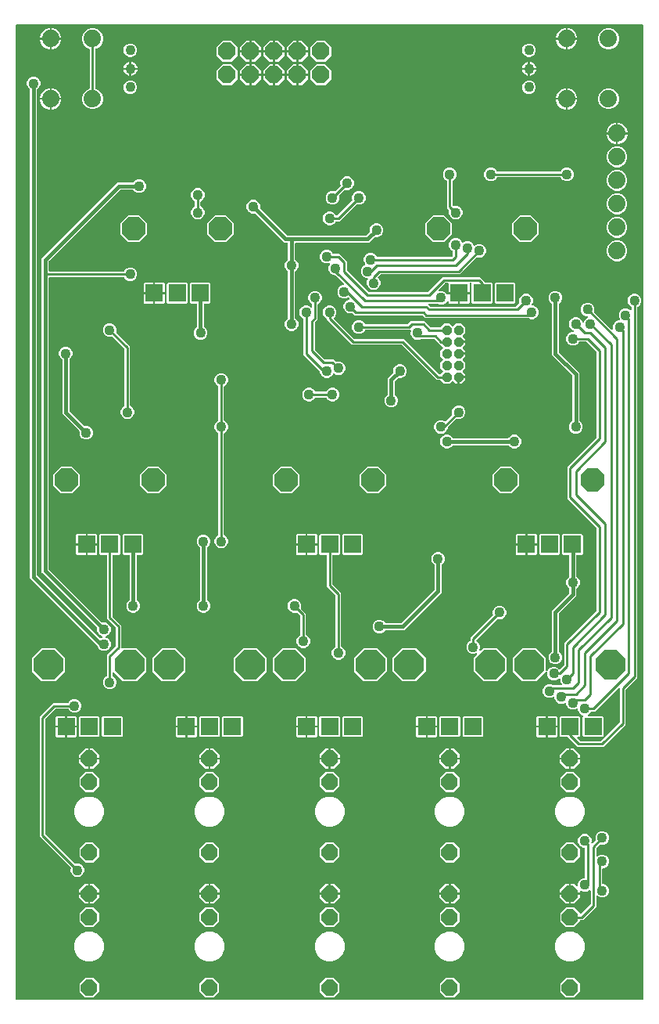
<source format=gbr>
G04 EAGLE Gerber RS-274X export*
G75*
%MOMM*%
%FSLAX34Y34*%
%LPD*%
%INBottom Copper*%
%IPPOS*%
%AMOC8*
5,1,8,0,0,1.08239X$1,22.5*%
G01*
G04 Define Apertures*
%ADD10P,1.15469X8X292.5*%
%ADD11C,1.879600*%
%ADD12P,2.03446X8X22.5*%
%ADD13R,1.879600X1.879600*%
%ADD14P,3.48097X8X112.5*%
%ADD15P,1.92449X8X202.5*%
%ADD16P,2.74927X8X112.5*%
%ADD17C,1.106400*%
%ADD18C,1.108000*%
%ADD19C,0.406400*%
%ADD20C,0.254000*%
G36*
X685434Y6176D02*
X685038Y6096D01*
X7112Y6096D01*
X6746Y6164D01*
X6405Y6382D01*
X6176Y6716D01*
X6096Y7112D01*
X6096Y1059688D01*
X6164Y1060054D01*
X6382Y1060395D01*
X6716Y1060624D01*
X7112Y1060704D01*
X685038Y1060704D01*
X685404Y1060636D01*
X685745Y1060418D01*
X685974Y1060084D01*
X686054Y1059688D01*
X686054Y7112D01*
X685986Y6746D01*
X685768Y6405D01*
X685434Y6176D01*
G37*
%LPC*%
G36*
X591439Y1046353D02*
X601853Y1046353D01*
X601853Y1056767D01*
X600595Y1056767D01*
X596394Y1055027D01*
X593179Y1051812D01*
X591439Y1047611D01*
X591439Y1046353D01*
G37*
G36*
X32639Y1046353D02*
X43053Y1046353D01*
X43053Y1056767D01*
X41795Y1056767D01*
X37594Y1055027D01*
X34379Y1051812D01*
X32639Y1047611D01*
X32639Y1046353D01*
G37*
G36*
X45085Y1046353D02*
X55499Y1046353D01*
X55499Y1047611D01*
X53759Y1051812D01*
X50544Y1055027D01*
X46343Y1056767D01*
X45085Y1056767D01*
X45085Y1046353D01*
G37*
G36*
X603885Y1046353D02*
X614299Y1046353D01*
X614299Y1047611D01*
X612559Y1051812D01*
X609344Y1055027D01*
X605143Y1056767D01*
X603885Y1056767D01*
X603885Y1046353D01*
G37*
G36*
X645858Y1034161D02*
X650304Y1034161D01*
X654412Y1035862D01*
X657556Y1039006D01*
X659257Y1043114D01*
X659257Y1047560D01*
X657556Y1051668D01*
X654412Y1054812D01*
X650304Y1056513D01*
X645858Y1056513D01*
X641750Y1054812D01*
X638606Y1051668D01*
X636905Y1047560D01*
X636905Y1043114D01*
X638606Y1039006D01*
X641750Y1035862D01*
X645858Y1034161D01*
G37*
G36*
X87058Y969137D02*
X91504Y969137D01*
X95612Y970838D01*
X98756Y973982D01*
X100457Y978090D01*
X100457Y982536D01*
X98756Y986644D01*
X95612Y989788D01*
X92956Y990888D01*
X92638Y991096D01*
X92409Y991430D01*
X92329Y991826D01*
X92329Y1033824D01*
X92400Y1034198D01*
X92621Y1034537D01*
X92956Y1034763D01*
X95612Y1035862D01*
X98756Y1039006D01*
X100457Y1043114D01*
X100457Y1047560D01*
X98756Y1051668D01*
X95612Y1054812D01*
X91504Y1056513D01*
X87058Y1056513D01*
X82950Y1054812D01*
X79806Y1051668D01*
X78105Y1047560D01*
X78105Y1043114D01*
X79806Y1039006D01*
X82950Y1035862D01*
X85606Y1034763D01*
X85924Y1034554D01*
X86153Y1034220D01*
X86233Y1033824D01*
X86233Y991826D01*
X86162Y991452D01*
X85941Y991113D01*
X85606Y990888D01*
X82950Y989788D01*
X79806Y986644D01*
X78105Y982536D01*
X78105Y978090D01*
X79806Y973982D01*
X82950Y970838D01*
X87058Y969137D01*
G37*
G36*
X603885Y1033907D02*
X605143Y1033907D01*
X609344Y1035647D01*
X612559Y1038862D01*
X614299Y1043063D01*
X614299Y1044321D01*
X603885Y1044321D01*
X603885Y1033907D01*
G37*
G36*
X600595Y1033907D02*
X601853Y1033907D01*
X601853Y1044321D01*
X591439Y1044321D01*
X591439Y1043063D01*
X593179Y1038862D01*
X596394Y1035647D01*
X600595Y1033907D01*
G37*
G36*
X45085Y1033907D02*
X46343Y1033907D01*
X50544Y1035647D01*
X53759Y1038862D01*
X55499Y1043063D01*
X55499Y1044321D01*
X45085Y1044321D01*
X45085Y1033907D01*
G37*
G36*
X41795Y1033907D02*
X43053Y1033907D01*
X43053Y1044321D01*
X32639Y1044321D01*
X32639Y1043063D01*
X34379Y1038862D01*
X37594Y1035647D01*
X41795Y1033907D01*
G37*
G36*
X299720Y1032891D02*
X310134Y1032891D01*
X310134Y1043305D01*
X306416Y1043305D01*
X299720Y1036609D01*
X299720Y1032891D01*
G37*
G36*
X274320Y1032891D02*
X284734Y1032891D01*
X284734Y1043305D01*
X281016Y1043305D01*
X274320Y1036609D01*
X274320Y1032891D01*
G37*
G36*
X248920Y1032891D02*
X259334Y1032891D01*
X259334Y1043305D01*
X255616Y1043305D01*
X248920Y1036609D01*
X248920Y1032891D01*
G37*
G36*
X261366Y1032891D02*
X271780Y1032891D01*
X271780Y1036609D01*
X265084Y1043305D01*
X261366Y1043305D01*
X261366Y1032891D01*
G37*
G36*
X286766Y1032891D02*
X297180Y1032891D01*
X297180Y1036609D01*
X290484Y1043305D01*
X286766Y1043305D01*
X286766Y1032891D01*
G37*
G36*
X312166Y1032891D02*
X322580Y1032891D01*
X322580Y1036609D01*
X315884Y1043305D01*
X312166Y1043305D01*
X312166Y1032891D01*
G37*
G36*
X331921Y1020699D02*
X341179Y1020699D01*
X347726Y1027246D01*
X347726Y1036504D01*
X341179Y1043051D01*
X331921Y1043051D01*
X325374Y1036504D01*
X325374Y1027246D01*
X331921Y1020699D01*
G37*
G36*
X230321Y1020699D02*
X239579Y1020699D01*
X246126Y1027246D01*
X246126Y1036504D01*
X239579Y1043051D01*
X230321Y1043051D01*
X223774Y1036504D01*
X223774Y1027246D01*
X230321Y1020699D01*
G37*
G36*
X560521Y1025515D02*
X563429Y1025515D01*
X566116Y1026628D01*
X568172Y1028684D01*
X569285Y1031371D01*
X569285Y1034279D01*
X568172Y1036966D01*
X566116Y1039022D01*
X563429Y1040135D01*
X560521Y1040135D01*
X557834Y1039022D01*
X555778Y1036966D01*
X554665Y1034279D01*
X554665Y1031371D01*
X555778Y1028684D01*
X557834Y1026628D01*
X560521Y1025515D01*
G37*
G36*
X128721Y1025515D02*
X131629Y1025515D01*
X134316Y1026628D01*
X136372Y1028684D01*
X137485Y1031371D01*
X137485Y1034279D01*
X136372Y1036966D01*
X134316Y1039022D01*
X131629Y1040135D01*
X128721Y1040135D01*
X126034Y1039022D01*
X123978Y1036966D01*
X122865Y1034279D01*
X122865Y1031371D01*
X123978Y1028684D01*
X126034Y1026628D01*
X128721Y1025515D01*
G37*
G36*
X312166Y1020445D02*
X315884Y1020445D01*
X322580Y1027141D01*
X322580Y1030859D01*
X312166Y1030859D01*
X312166Y1020445D01*
G37*
G36*
X306416Y1020445D02*
X310134Y1020445D01*
X310134Y1030859D01*
X299720Y1030859D01*
X299720Y1027141D01*
X306416Y1020445D01*
G37*
G36*
X286766Y1020445D02*
X290484Y1020445D01*
X297180Y1027141D01*
X297180Y1030859D01*
X286766Y1030859D01*
X286766Y1020445D01*
G37*
G36*
X281016Y1020445D02*
X284734Y1020445D01*
X284734Y1030859D01*
X274320Y1030859D01*
X274320Y1027141D01*
X281016Y1020445D01*
G37*
G36*
X261366Y1020445D02*
X265084Y1020445D01*
X271780Y1027141D01*
X271780Y1030859D01*
X261366Y1030859D01*
X261366Y1020445D01*
G37*
G36*
X255616Y1020445D02*
X259334Y1020445D01*
X259334Y1030859D01*
X248920Y1030859D01*
X248920Y1027141D01*
X255616Y1020445D01*
G37*
G36*
X122611Y1013841D02*
X129159Y1013841D01*
X129159Y1020389D01*
X128670Y1020389D01*
X125890Y1019237D01*
X123763Y1017110D01*
X122611Y1014330D01*
X122611Y1013841D01*
G37*
G36*
X554411Y1013841D02*
X560959Y1013841D01*
X560959Y1020389D01*
X560470Y1020389D01*
X557690Y1019237D01*
X555563Y1017110D01*
X554411Y1014330D01*
X554411Y1013841D01*
G37*
G36*
X562991Y1013841D02*
X569539Y1013841D01*
X569539Y1014330D01*
X568387Y1017110D01*
X566260Y1019237D01*
X563480Y1020389D01*
X562991Y1020389D01*
X562991Y1013841D01*
G37*
G36*
X131191Y1013841D02*
X137739Y1013841D01*
X137739Y1014330D01*
X136587Y1017110D01*
X134460Y1019237D01*
X131680Y1020389D01*
X131191Y1020389D01*
X131191Y1013841D01*
G37*
G36*
X274320Y1007491D02*
X284734Y1007491D01*
X284734Y1017905D01*
X281016Y1017905D01*
X274320Y1011209D01*
X274320Y1007491D01*
G37*
G36*
X299720Y1007491D02*
X310134Y1007491D01*
X310134Y1017905D01*
X306416Y1017905D01*
X299720Y1011209D01*
X299720Y1007491D01*
G37*
G36*
X248920Y1007491D02*
X259334Y1007491D01*
X259334Y1017905D01*
X255616Y1017905D01*
X248920Y1011209D01*
X248920Y1007491D01*
G37*
G36*
X261366Y1007491D02*
X271780Y1007491D01*
X271780Y1011209D01*
X265084Y1017905D01*
X261366Y1017905D01*
X261366Y1007491D01*
G37*
G36*
X312166Y1007491D02*
X322580Y1007491D01*
X322580Y1011209D01*
X315884Y1017905D01*
X312166Y1017905D01*
X312166Y1007491D01*
G37*
G36*
X286766Y1007491D02*
X297180Y1007491D01*
X297180Y1011209D01*
X290484Y1017905D01*
X286766Y1017905D01*
X286766Y1007491D01*
G37*
G36*
X230321Y995299D02*
X239579Y995299D01*
X246126Y1001846D01*
X246126Y1011104D01*
X239579Y1017651D01*
X230321Y1017651D01*
X223774Y1011104D01*
X223774Y1001846D01*
X230321Y995299D01*
G37*
G36*
X331921Y995299D02*
X341179Y995299D01*
X347726Y1001846D01*
X347726Y1011104D01*
X341179Y1017651D01*
X331921Y1017651D01*
X325374Y1011104D01*
X325374Y1001846D01*
X331921Y995299D01*
G37*
G36*
X562991Y1005261D02*
X563480Y1005261D01*
X566260Y1006413D01*
X568387Y1008540D01*
X569539Y1011320D01*
X569539Y1011809D01*
X562991Y1011809D01*
X562991Y1005261D01*
G37*
G36*
X560470Y1005261D02*
X560959Y1005261D01*
X560959Y1011809D01*
X554411Y1011809D01*
X554411Y1011320D01*
X555563Y1008540D01*
X557690Y1006413D01*
X560470Y1005261D01*
G37*
G36*
X131191Y1005261D02*
X131680Y1005261D01*
X134460Y1006413D01*
X136587Y1008540D01*
X137739Y1011320D01*
X137739Y1011809D01*
X131191Y1011809D01*
X131191Y1005261D01*
G37*
G36*
X128670Y1005261D02*
X129159Y1005261D01*
X129159Y1011809D01*
X122611Y1011809D01*
X122611Y1011320D01*
X123763Y1008540D01*
X125890Y1006413D01*
X128670Y1005261D01*
G37*
G36*
X312166Y995045D02*
X315884Y995045D01*
X322580Y1001741D01*
X322580Y1005459D01*
X312166Y1005459D01*
X312166Y995045D01*
G37*
G36*
X306416Y995045D02*
X310134Y995045D01*
X310134Y1005459D01*
X299720Y1005459D01*
X299720Y1001741D01*
X306416Y995045D01*
G37*
G36*
X286766Y995045D02*
X290484Y995045D01*
X297180Y1001741D01*
X297180Y1005459D01*
X286766Y1005459D01*
X286766Y995045D01*
G37*
G36*
X281016Y995045D02*
X284734Y995045D01*
X284734Y1005459D01*
X274320Y1005459D01*
X274320Y1001741D01*
X281016Y995045D01*
G37*
G36*
X261366Y995045D02*
X265084Y995045D01*
X271780Y1001741D01*
X271780Y1005459D01*
X261366Y1005459D01*
X261366Y995045D01*
G37*
G36*
X255616Y995045D02*
X259334Y995045D01*
X259334Y1005459D01*
X248920Y1005459D01*
X248920Y1001741D01*
X255616Y995045D01*
G37*
G36*
X100144Y383207D02*
X103056Y383207D01*
X105745Y384321D01*
X107804Y386380D01*
X108918Y389069D01*
X108918Y391981D01*
X107804Y394670D01*
X105745Y396729D01*
X103826Y397524D01*
X103526Y397716D01*
X103289Y398044D01*
X103199Y398438D01*
X103270Y398836D01*
X103491Y399175D01*
X103826Y399401D01*
X105745Y400196D01*
X107804Y402255D01*
X108918Y404944D01*
X108918Y407856D01*
X107804Y410545D01*
X105745Y412604D01*
X103056Y413718D01*
X100091Y413718D01*
X99710Y413792D01*
X99373Y414016D01*
X42208Y471181D01*
X41990Y471503D01*
X41910Y471899D01*
X41910Y786511D01*
X41978Y786877D01*
X42196Y787218D01*
X42530Y787447D01*
X42926Y787527D01*
X122838Y787527D01*
X123212Y787456D01*
X123550Y787235D01*
X123776Y786900D01*
X123971Y786430D01*
X126030Y784371D01*
X128719Y783257D01*
X131631Y783257D01*
X134320Y784371D01*
X136379Y786430D01*
X137493Y789119D01*
X137493Y792031D01*
X136379Y794720D01*
X134320Y796779D01*
X131631Y797893D01*
X128719Y797893D01*
X126030Y796779D01*
X123971Y794720D01*
X123776Y794250D01*
X123568Y793932D01*
X123234Y793703D01*
X122838Y793623D01*
X42926Y793623D01*
X42560Y793691D01*
X42219Y793909D01*
X41990Y794243D01*
X41910Y794639D01*
X41910Y804451D01*
X41984Y804832D01*
X42208Y805169D01*
X118756Y881717D01*
X119078Y881935D01*
X119474Y882015D01*
X132740Y882015D01*
X133121Y881941D01*
X133458Y881717D01*
X135555Y879621D01*
X138244Y878507D01*
X141156Y878507D01*
X143845Y879621D01*
X145904Y881680D01*
X147018Y884369D01*
X147018Y887281D01*
X145904Y889970D01*
X143845Y892029D01*
X141156Y893143D01*
X138244Y893143D01*
X135555Y892029D01*
X133458Y889933D01*
X133136Y889715D01*
X132740Y889635D01*
X115897Y889635D01*
X34290Y808028D01*
X34290Y468322D01*
X93984Y408627D01*
X94202Y408305D01*
X94282Y407909D01*
X94282Y404944D01*
X95396Y402255D01*
X97455Y400196D01*
X99374Y399401D01*
X99674Y399209D01*
X99911Y398881D01*
X100001Y398487D01*
X99930Y398089D01*
X99709Y397750D01*
X99374Y397524D01*
X98191Y397034D01*
X97819Y396957D01*
X97421Y397031D01*
X97084Y397254D01*
X29508Y464831D01*
X29290Y465153D01*
X29210Y465549D01*
X29210Y989990D01*
X29284Y990371D01*
X29508Y990708D01*
X31604Y992805D01*
X32718Y995494D01*
X32718Y998406D01*
X31604Y1001095D01*
X29545Y1003154D01*
X26856Y1004268D01*
X23944Y1004268D01*
X21255Y1003154D01*
X19196Y1001095D01*
X18082Y998406D01*
X18082Y995494D01*
X19196Y992805D01*
X21292Y990708D01*
X21510Y990386D01*
X21590Y989990D01*
X21590Y461972D01*
X93990Y389572D01*
X94211Y389242D01*
X95396Y386380D01*
X97455Y384321D01*
X100144Y383207D01*
G37*
G36*
X128721Y985515D02*
X131629Y985515D01*
X134316Y986628D01*
X136372Y988684D01*
X137485Y991371D01*
X137485Y994279D01*
X136372Y996966D01*
X134316Y999022D01*
X131629Y1000135D01*
X128721Y1000135D01*
X126034Y999022D01*
X123978Y996966D01*
X122865Y994279D01*
X122865Y991371D01*
X123978Y988684D01*
X126034Y986628D01*
X128721Y985515D01*
G37*
G36*
X560521Y985515D02*
X563429Y985515D01*
X566116Y986628D01*
X568172Y988684D01*
X569285Y991371D01*
X569285Y994279D01*
X568172Y996966D01*
X566116Y999022D01*
X563429Y1000135D01*
X560521Y1000135D01*
X557834Y999022D01*
X555778Y996966D01*
X554665Y994279D01*
X554665Y991371D01*
X555778Y988684D01*
X557834Y986628D01*
X560521Y985515D01*
G37*
G36*
X32639Y981329D02*
X43053Y981329D01*
X43053Y991743D01*
X41795Y991743D01*
X37594Y990003D01*
X34379Y986788D01*
X32639Y982587D01*
X32639Y981329D01*
G37*
G36*
X591439Y981329D02*
X601853Y981329D01*
X601853Y991743D01*
X600595Y991743D01*
X596394Y990003D01*
X593179Y986788D01*
X591439Y982587D01*
X591439Y981329D01*
G37*
G36*
X603885Y981329D02*
X614299Y981329D01*
X614299Y982587D01*
X612559Y986788D01*
X609344Y990003D01*
X605143Y991743D01*
X603885Y991743D01*
X603885Y981329D01*
G37*
G36*
X45085Y981329D02*
X55499Y981329D01*
X55499Y982587D01*
X53759Y986788D01*
X50544Y990003D01*
X46343Y991743D01*
X45085Y991743D01*
X45085Y981329D01*
G37*
G36*
X645858Y969137D02*
X650304Y969137D01*
X654412Y970838D01*
X657556Y973982D01*
X659257Y978090D01*
X659257Y982536D01*
X657556Y986644D01*
X654412Y989788D01*
X650304Y991489D01*
X645858Y991489D01*
X641750Y989788D01*
X638606Y986644D01*
X636905Y982536D01*
X636905Y978090D01*
X638606Y973982D01*
X641750Y970838D01*
X645858Y969137D01*
G37*
G36*
X603885Y968883D02*
X605143Y968883D01*
X609344Y970623D01*
X612559Y973838D01*
X614299Y978039D01*
X614299Y979297D01*
X603885Y979297D01*
X603885Y968883D01*
G37*
G36*
X600595Y968883D02*
X601853Y968883D01*
X601853Y979297D01*
X591439Y979297D01*
X591439Y978039D01*
X593179Y973838D01*
X596394Y970623D01*
X600595Y968883D01*
G37*
G36*
X45085Y968883D02*
X46343Y968883D01*
X50544Y970623D01*
X53759Y973838D01*
X55499Y978039D01*
X55499Y979297D01*
X45085Y979297D01*
X45085Y968883D01*
G37*
G36*
X41795Y968883D02*
X43053Y968883D01*
X43053Y979297D01*
X32639Y979297D01*
X32639Y978039D01*
X34379Y973838D01*
X37594Y970623D01*
X41795Y968883D01*
G37*
G36*
X645795Y943991D02*
X656209Y943991D01*
X656209Y954405D01*
X654951Y954405D01*
X650750Y952665D01*
X647535Y949450D01*
X645795Y945249D01*
X645795Y943991D01*
G37*
G36*
X658241Y943991D02*
X668655Y943991D01*
X668655Y945249D01*
X666915Y949450D01*
X663700Y952665D01*
X659499Y954405D01*
X658241Y954405D01*
X658241Y943991D01*
G37*
G36*
X658241Y931545D02*
X659499Y931545D01*
X663700Y933285D01*
X666915Y936500D01*
X668655Y940701D01*
X668655Y941959D01*
X658241Y941959D01*
X658241Y931545D01*
G37*
G36*
X654951Y931545D02*
X656209Y931545D01*
X656209Y941959D01*
X645795Y941959D01*
X645795Y940701D01*
X647535Y936500D01*
X650750Y933285D01*
X654951Y931545D01*
G37*
G36*
X655002Y906399D02*
X659448Y906399D01*
X663556Y908100D01*
X666700Y911244D01*
X668401Y915352D01*
X668401Y919798D01*
X666700Y923906D01*
X663556Y927050D01*
X659448Y928751D01*
X655002Y928751D01*
X650894Y927050D01*
X647750Y923906D01*
X646049Y919798D01*
X646049Y915352D01*
X647750Y911244D01*
X650894Y908100D01*
X655002Y906399D01*
G37*
G36*
X481144Y849932D02*
X484056Y849932D01*
X486745Y851046D01*
X488804Y853105D01*
X489918Y855794D01*
X489918Y858706D01*
X488804Y861395D01*
X486745Y863454D01*
X484056Y864568D01*
X481144Y864568D01*
X480703Y864385D01*
X480346Y864308D01*
X479948Y864376D01*
X479607Y864594D01*
X479378Y864928D01*
X479298Y865324D01*
X479298Y891188D01*
X479369Y891562D01*
X479590Y891900D01*
X479925Y892126D01*
X480395Y892321D01*
X482454Y894380D01*
X483568Y897069D01*
X483568Y899981D01*
X482454Y902670D01*
X480395Y904729D01*
X477706Y905843D01*
X474794Y905843D01*
X472105Y904729D01*
X470046Y902670D01*
X468932Y899981D01*
X468932Y897069D01*
X470046Y894380D01*
X472105Y892321D01*
X472575Y892126D01*
X472893Y891918D01*
X473122Y891584D01*
X473202Y891188D01*
X473202Y862337D01*
X475256Y860283D01*
X475470Y859968D01*
X475554Y859573D01*
X475477Y859176D01*
X475282Y858706D01*
X475282Y855794D01*
X476396Y853105D01*
X478455Y851046D01*
X481144Y849932D01*
G37*
G36*
X519244Y891207D02*
X522156Y891207D01*
X524845Y892321D01*
X526904Y894380D01*
X527099Y894850D01*
X527308Y895168D01*
X527641Y895397D01*
X528037Y895477D01*
X595913Y895477D01*
X596287Y895406D01*
X596625Y895185D01*
X596851Y894850D01*
X597046Y894380D01*
X599105Y892321D01*
X601794Y891207D01*
X604706Y891207D01*
X607395Y892321D01*
X609454Y894380D01*
X610568Y897069D01*
X610568Y899981D01*
X609454Y902670D01*
X607395Y904729D01*
X604706Y905843D01*
X601794Y905843D01*
X599105Y904729D01*
X597046Y902670D01*
X596851Y902200D01*
X596643Y901882D01*
X596309Y901653D01*
X595913Y901573D01*
X528037Y901573D01*
X527663Y901644D01*
X527325Y901865D01*
X527099Y902200D01*
X526904Y902670D01*
X524845Y904729D01*
X522156Y905843D01*
X519244Y905843D01*
X516555Y904729D01*
X514496Y902670D01*
X513382Y899981D01*
X513382Y897069D01*
X514496Y894380D01*
X516555Y892321D01*
X519244Y891207D01*
G37*
G36*
X655002Y880999D02*
X659448Y880999D01*
X663556Y882700D01*
X666700Y885844D01*
X668401Y889952D01*
X668401Y894398D01*
X666700Y898506D01*
X663556Y901650D01*
X659448Y903351D01*
X655002Y903351D01*
X650894Y901650D01*
X647750Y898506D01*
X646049Y894398D01*
X646049Y889952D01*
X647750Y885844D01*
X650894Y882700D01*
X655002Y880999D01*
G37*
G36*
X347794Y865807D02*
X350706Y865807D01*
X353395Y866921D01*
X355454Y868980D01*
X356568Y871669D01*
X356568Y874581D01*
X356373Y875051D01*
X356296Y875423D01*
X356370Y875821D01*
X356594Y876158D01*
X362092Y881656D01*
X362407Y881870D01*
X362802Y881954D01*
X363199Y881877D01*
X363669Y881682D01*
X366581Y881682D01*
X369270Y882796D01*
X371329Y884855D01*
X372443Y887544D01*
X372443Y890456D01*
X371329Y893145D01*
X369270Y895204D01*
X366581Y896318D01*
X363669Y896318D01*
X360980Y895204D01*
X358921Y893145D01*
X357807Y890456D01*
X357807Y887544D01*
X358002Y887074D01*
X358079Y886702D01*
X358005Y886304D01*
X357781Y885967D01*
X352283Y880469D01*
X351968Y880255D01*
X351573Y880171D01*
X351176Y880248D01*
X350706Y880443D01*
X347794Y880443D01*
X345105Y879329D01*
X343046Y877270D01*
X341932Y874581D01*
X341932Y871669D01*
X343046Y868980D01*
X345105Y866921D01*
X347794Y865807D01*
G37*
G36*
X201744Y849932D02*
X204656Y849932D01*
X207345Y851046D01*
X209404Y853105D01*
X210518Y855794D01*
X210518Y858706D01*
X209404Y861395D01*
X207345Y863454D01*
X206875Y863649D01*
X206557Y863858D01*
X206328Y864191D01*
X206248Y864587D01*
X206248Y868963D01*
X206319Y869337D01*
X206540Y869675D01*
X206875Y869901D01*
X207345Y870096D01*
X209404Y872155D01*
X210518Y874844D01*
X210518Y877756D01*
X209404Y880445D01*
X207345Y882504D01*
X204656Y883618D01*
X201744Y883618D01*
X199055Y882504D01*
X196996Y880445D01*
X195882Y877756D01*
X195882Y874844D01*
X196996Y872155D01*
X199055Y870096D01*
X199525Y869901D01*
X199843Y869693D01*
X200072Y869359D01*
X200152Y868963D01*
X200152Y864587D01*
X200081Y864213D01*
X199860Y863875D01*
X199525Y863649D01*
X199055Y863454D01*
X196996Y861395D01*
X195882Y858706D01*
X195882Y855794D01*
X196996Y853105D01*
X199055Y851046D01*
X201744Y849932D01*
G37*
G36*
X344619Y843582D02*
X347531Y843582D01*
X350220Y844696D01*
X352279Y846755D01*
X352474Y847225D01*
X352683Y847543D01*
X353016Y847772D01*
X353412Y847852D01*
X356863Y847852D01*
X374792Y865781D01*
X375107Y865995D01*
X375502Y866079D01*
X375899Y866002D01*
X376369Y865807D01*
X379281Y865807D01*
X381970Y866921D01*
X384029Y868980D01*
X385143Y871669D01*
X385143Y874581D01*
X384029Y877270D01*
X381970Y879329D01*
X379281Y880443D01*
X376369Y880443D01*
X373680Y879329D01*
X371621Y877270D01*
X370507Y874581D01*
X370507Y871669D01*
X370702Y871199D01*
X370779Y870827D01*
X370705Y870429D01*
X370481Y870092D01*
X354635Y854246D01*
X354313Y854028D01*
X353917Y853948D01*
X353412Y853948D01*
X353038Y854019D01*
X352700Y854240D01*
X352474Y854575D01*
X352279Y855045D01*
X350220Y857104D01*
X347531Y858218D01*
X344619Y858218D01*
X341930Y857104D01*
X339871Y855045D01*
X338757Y852356D01*
X338757Y849444D01*
X339871Y846755D01*
X341930Y844696D01*
X344619Y843582D01*
G37*
G36*
X655002Y855599D02*
X659448Y855599D01*
X663556Y857300D01*
X666700Y860444D01*
X668401Y864552D01*
X668401Y868998D01*
X666700Y873106D01*
X663556Y876250D01*
X659448Y877951D01*
X655002Y877951D01*
X650894Y876250D01*
X647750Y873106D01*
X646049Y868998D01*
X646049Y864552D01*
X647750Y860444D01*
X650894Y857300D01*
X655002Y855599D01*
G37*
G36*
X303344Y729282D02*
X306256Y729282D01*
X308945Y730396D01*
X311004Y732455D01*
X312118Y735144D01*
X312118Y738056D01*
X311004Y740745D01*
X308908Y742842D01*
X308690Y743164D01*
X308610Y743560D01*
X308610Y793140D01*
X308684Y793521D01*
X308908Y793858D01*
X311004Y795955D01*
X312118Y798644D01*
X312118Y801556D01*
X311004Y804245D01*
X308908Y806342D01*
X308690Y806664D01*
X308610Y807060D01*
X308610Y823849D01*
X308678Y824215D01*
X308896Y824556D01*
X309230Y824785D01*
X309626Y824865D01*
X388928Y824865D01*
X394648Y830584D01*
X394970Y830802D01*
X395366Y830882D01*
X398331Y830882D01*
X401020Y831996D01*
X403079Y834055D01*
X404193Y836744D01*
X404193Y839656D01*
X403079Y842345D01*
X401020Y844404D01*
X398331Y845518D01*
X395419Y845518D01*
X392730Y844404D01*
X390671Y842345D01*
X389557Y839656D01*
X389557Y836691D01*
X389483Y836310D01*
X389259Y835973D01*
X386069Y832783D01*
X385747Y832565D01*
X385351Y832485D01*
X300449Y832485D01*
X300068Y832559D01*
X299731Y832783D01*
X271141Y861373D01*
X270923Y861695D01*
X270843Y862091D01*
X270843Y865056D01*
X269729Y867745D01*
X267670Y869804D01*
X264981Y870918D01*
X262069Y870918D01*
X259380Y869804D01*
X257321Y867745D01*
X256207Y865056D01*
X256207Y862144D01*
X257321Y859455D01*
X259380Y857396D01*
X262069Y856282D01*
X265034Y856282D01*
X265415Y856208D01*
X265752Y855984D01*
X296872Y824865D01*
X299974Y824865D01*
X300340Y824797D01*
X300681Y824579D01*
X300910Y824245D01*
X300990Y823849D01*
X300990Y807060D01*
X300916Y806679D01*
X300692Y806342D01*
X298596Y804245D01*
X297482Y801556D01*
X297482Y798644D01*
X298596Y795955D01*
X300692Y793858D01*
X300910Y793536D01*
X300990Y793140D01*
X300990Y743560D01*
X300916Y743179D01*
X300692Y742842D01*
X298596Y740745D01*
X297482Y738056D01*
X297482Y735144D01*
X298596Y732455D01*
X300655Y730396D01*
X303344Y729282D01*
G37*
G36*
X458178Y825627D02*
X470172Y825627D01*
X478653Y834108D01*
X478653Y846102D01*
X470172Y854583D01*
X458178Y854583D01*
X449697Y846102D01*
X449697Y834108D01*
X458178Y825627D01*
G37*
G36*
X552178Y825627D02*
X564172Y825627D01*
X572653Y834108D01*
X572653Y846102D01*
X564172Y854583D01*
X552178Y854583D01*
X543697Y846102D01*
X543697Y834108D01*
X552178Y825627D01*
G37*
G36*
X221978Y825627D02*
X233972Y825627D01*
X242453Y834108D01*
X242453Y846102D01*
X233972Y854583D01*
X221978Y854583D01*
X213497Y846102D01*
X213497Y834108D01*
X221978Y825627D01*
G37*
G36*
X127978Y825627D02*
X139972Y825627D01*
X148453Y834108D01*
X148453Y846102D01*
X139972Y854583D01*
X127978Y854583D01*
X119497Y846102D01*
X119497Y834108D01*
X127978Y825627D01*
G37*
G36*
X655002Y830199D02*
X659448Y830199D01*
X663556Y831900D01*
X666700Y835044D01*
X668401Y839152D01*
X668401Y843598D01*
X666700Y847706D01*
X663556Y850850D01*
X659448Y852551D01*
X655002Y852551D01*
X650894Y850850D01*
X647750Y847706D01*
X646049Y843598D01*
X646049Y839152D01*
X647750Y835044D01*
X650894Y831900D01*
X655002Y830199D01*
G37*
G36*
X392244Y773732D02*
X395156Y773732D01*
X397845Y774846D01*
X399904Y776905D01*
X401018Y779594D01*
X401018Y782506D01*
X399904Y785195D01*
X398573Y786526D01*
X398363Y786833D01*
X398276Y787228D01*
X398350Y787626D01*
X398573Y787963D01*
X401015Y790404D01*
X401337Y790622D01*
X401733Y790702D01*
X487038Y790702D01*
X504967Y808631D01*
X505282Y808845D01*
X505677Y808929D01*
X506074Y808852D01*
X506544Y808657D01*
X509456Y808657D01*
X512145Y809771D01*
X514204Y811830D01*
X515318Y814519D01*
X515318Y817431D01*
X514204Y820120D01*
X512145Y822179D01*
X509456Y823293D01*
X506544Y823293D01*
X503855Y822179D01*
X503595Y821919D01*
X503295Y821711D01*
X502900Y821622D01*
X502502Y821693D01*
X502164Y821913D01*
X501938Y822248D01*
X501504Y823295D01*
X499445Y825354D01*
X496756Y826468D01*
X493844Y826468D01*
X491155Y825354D01*
X490895Y825094D01*
X490595Y824886D01*
X490200Y824797D01*
X489802Y824868D01*
X489464Y825088D01*
X489238Y825423D01*
X488804Y826470D01*
X486745Y828529D01*
X484056Y829643D01*
X481144Y829643D01*
X478455Y828529D01*
X476396Y826470D01*
X475282Y823781D01*
X475282Y820869D01*
X476396Y818180D01*
X478455Y816121D01*
X478925Y815926D01*
X479243Y815718D01*
X479472Y815384D01*
X479552Y814988D01*
X479552Y811308D01*
X479478Y810927D01*
X479254Y810590D01*
X478460Y809796D01*
X478138Y809578D01*
X477742Y809498D01*
X397862Y809498D01*
X397488Y809569D01*
X397150Y809790D01*
X396924Y810125D01*
X396729Y810595D01*
X394670Y812654D01*
X391981Y813768D01*
X389069Y813768D01*
X386380Y812654D01*
X384321Y810595D01*
X383207Y807906D01*
X383207Y804994D01*
X384321Y802305D01*
X384581Y802045D01*
X384789Y801745D01*
X384878Y801350D01*
X384808Y800952D01*
X384587Y800614D01*
X384252Y800388D01*
X383205Y799954D01*
X381146Y797895D01*
X380032Y795206D01*
X380032Y792294D01*
X381146Y789605D01*
X383205Y787546D01*
X385894Y786432D01*
X386488Y786432D01*
X386847Y786367D01*
X387189Y786151D01*
X387420Y785820D01*
X387504Y785424D01*
X387426Y785027D01*
X386382Y782506D01*
X386382Y779594D01*
X387496Y776905D01*
X389555Y774846D01*
X392244Y773732D01*
G37*
G36*
X655002Y804799D02*
X659448Y804799D01*
X663556Y806500D01*
X666700Y809644D01*
X668401Y813752D01*
X668401Y818198D01*
X666700Y822306D01*
X663556Y825450D01*
X659448Y827151D01*
X655002Y827151D01*
X650894Y825450D01*
X647750Y822306D01*
X646049Y818198D01*
X646049Y813752D01*
X647750Y809644D01*
X650894Y806500D01*
X655002Y804799D01*
G37*
G36*
X563694Y741982D02*
X566606Y741982D01*
X569295Y743096D01*
X571354Y745155D01*
X572468Y747844D01*
X572468Y750756D01*
X571354Y753445D01*
X569295Y755504D01*
X566606Y756618D01*
X566012Y756618D01*
X565654Y756683D01*
X565311Y756899D01*
X565080Y757230D01*
X564996Y757626D01*
X565074Y758023D01*
X566118Y760544D01*
X566118Y763456D01*
X565004Y766145D01*
X562945Y768204D01*
X560256Y769318D01*
X557344Y769318D01*
X554655Y768204D01*
X552596Y766145D01*
X551482Y763456D01*
X551482Y760544D01*
X551677Y760074D01*
X551754Y759702D01*
X551680Y759304D01*
X551456Y758967D01*
X548310Y755821D01*
X547988Y755603D01*
X547592Y755523D01*
X455708Y755523D01*
X455327Y755597D01*
X454990Y755821D01*
X453593Y757218D01*
X453389Y757510D01*
X453296Y757904D01*
X453364Y758302D01*
X453582Y758643D01*
X453915Y758872D01*
X454311Y758952D01*
X462424Y758952D01*
X462813Y758875D01*
X465269Y757857D01*
X468181Y757857D01*
X470870Y758971D01*
X473011Y761111D01*
X473303Y761315D01*
X473697Y761408D01*
X474095Y761341D01*
X474436Y761123D01*
X474665Y760789D01*
X474745Y760393D01*
X474745Y759865D01*
X475935Y758675D01*
X485159Y758675D01*
X485159Y769089D01*
X474237Y769089D01*
X474237Y769097D01*
X474140Y769028D01*
X473745Y768941D01*
X473348Y769015D01*
X473011Y769239D01*
X470870Y771379D01*
X468181Y772493D01*
X465269Y772493D01*
X465224Y772474D01*
X464884Y772398D01*
X464484Y772460D01*
X464140Y772672D01*
X463906Y773002D01*
X463819Y773397D01*
X463894Y773794D01*
X464117Y774131D01*
X470865Y780879D01*
X471187Y781097D01*
X471583Y781177D01*
X473729Y781177D01*
X474095Y781109D01*
X474436Y780891D01*
X474665Y780557D01*
X474745Y780161D01*
X474745Y771121D01*
X497605Y771121D01*
X497605Y780161D01*
X497673Y780527D01*
X497891Y780868D01*
X498225Y781097D01*
X498621Y781177D01*
X498983Y781177D01*
X499349Y781109D01*
X499690Y780891D01*
X499919Y780557D01*
X499999Y780161D01*
X499999Y759971D01*
X501041Y758929D01*
X521310Y758929D01*
X522351Y759971D01*
X522351Y780240D01*
X521310Y781281D01*
X515239Y781281D01*
X514873Y781349D01*
X514532Y781567D01*
X514303Y781901D01*
X514223Y782297D01*
X514223Y782313D01*
X509263Y787273D01*
X468637Y787273D01*
X453060Y771696D01*
X452738Y771478D01*
X452342Y771398D01*
X389033Y771398D01*
X388652Y771472D01*
X388315Y771696D01*
X365296Y794715D01*
X365078Y795037D01*
X364998Y795433D01*
X364998Y804538D01*
X356863Y812673D01*
X350237Y812673D01*
X349863Y812744D01*
X349525Y812965D01*
X349299Y813300D01*
X349104Y813770D01*
X347045Y815829D01*
X344356Y816943D01*
X341444Y816943D01*
X338755Y815829D01*
X336696Y813770D01*
X335582Y811081D01*
X335582Y808169D01*
X336696Y805480D01*
X338755Y803421D01*
X341444Y802307D01*
X344356Y802307D01*
X344960Y802557D01*
X345308Y802634D01*
X345707Y802569D01*
X346050Y802354D01*
X346281Y802022D01*
X346364Y801627D01*
X346287Y801230D01*
X345107Y798381D01*
X345107Y795469D01*
X346221Y792780D01*
X348280Y790721D01*
X350969Y789607D01*
X351837Y789607D01*
X352218Y789533D01*
X352555Y789309D01*
X361287Y780577D01*
X361491Y780285D01*
X361584Y779891D01*
X361516Y779493D01*
X361298Y779152D01*
X360965Y778923D01*
X360569Y778843D01*
X360494Y778843D01*
X357805Y777729D01*
X355746Y775670D01*
X354632Y772981D01*
X354632Y770069D01*
X355746Y767380D01*
X357805Y765321D01*
X360494Y764207D01*
X363406Y764207D01*
X366121Y765332D01*
X366493Y765409D01*
X366891Y765335D01*
X367228Y765111D01*
X367637Y764702D01*
X367841Y764410D01*
X367934Y764016D01*
X367866Y763618D01*
X367648Y763277D01*
X367315Y763048D01*
X366919Y762968D01*
X366844Y762968D01*
X364155Y761854D01*
X362096Y759795D01*
X360982Y757106D01*
X360982Y754194D01*
X362096Y751505D01*
X364155Y749446D01*
X366844Y748332D01*
X369756Y748332D01*
X370226Y748527D01*
X370598Y748604D01*
X370996Y748530D01*
X371333Y748306D01*
X373387Y746252D01*
X445992Y746252D01*
X446373Y746178D01*
X446710Y745954D01*
X449587Y743077D01*
X560849Y743077D01*
X561238Y743000D01*
X563694Y741982D01*
G37*
G36*
X144545Y771121D02*
X154959Y771121D01*
X154959Y781535D01*
X145735Y781535D01*
X144545Y780345D01*
X144545Y771121D01*
G37*
G36*
X156991Y771121D02*
X167405Y771121D01*
X167405Y780345D01*
X166215Y781535D01*
X156991Y781535D01*
X156991Y771121D01*
G37*
G36*
X204919Y719757D02*
X207831Y719757D01*
X210520Y720871D01*
X212579Y722930D01*
X213693Y725619D01*
X213693Y728531D01*
X212579Y731220D01*
X210520Y733279D01*
X210412Y733324D01*
X210094Y733533D01*
X209865Y733866D01*
X209785Y734262D01*
X209785Y757913D01*
X209853Y758279D01*
X210071Y758620D01*
X210405Y758849D01*
X210801Y758929D01*
X216110Y758929D01*
X217151Y759971D01*
X217151Y780240D01*
X216110Y781281D01*
X195841Y781281D01*
X194799Y780240D01*
X194799Y759971D01*
X195841Y758929D01*
X201149Y758929D01*
X201515Y758861D01*
X201856Y758643D01*
X202085Y758309D01*
X202165Y757913D01*
X202165Y733635D01*
X202091Y733254D01*
X201867Y732917D01*
X200171Y731220D01*
X199057Y728531D01*
X199057Y725619D01*
X200171Y722930D01*
X202230Y720871D01*
X204919Y719757D01*
G37*
G36*
X526041Y758929D02*
X546310Y758929D01*
X547351Y759971D01*
X547351Y780240D01*
X546310Y781281D01*
X526041Y781281D01*
X524999Y780240D01*
X524999Y759971D01*
X526041Y758929D01*
G37*
G36*
X170841Y758929D02*
X191110Y758929D01*
X192151Y759971D01*
X192151Y780240D01*
X191110Y781281D01*
X170841Y781281D01*
X169799Y780240D01*
X169799Y759971D01*
X170841Y758929D01*
G37*
G36*
X611319Y618157D02*
X614231Y618157D01*
X616920Y619271D01*
X618979Y621330D01*
X620093Y624019D01*
X620093Y626931D01*
X618979Y629620D01*
X616883Y631717D01*
X616665Y632039D01*
X616585Y632435D01*
X616585Y684203D01*
X594658Y706131D01*
X594440Y706453D01*
X594360Y706849D01*
X594360Y758215D01*
X594434Y758596D01*
X594658Y758933D01*
X596754Y761030D01*
X597868Y763719D01*
X597868Y766631D01*
X596754Y769320D01*
X594695Y771379D01*
X592006Y772493D01*
X589094Y772493D01*
X586405Y771379D01*
X584346Y769320D01*
X583232Y766631D01*
X583232Y763719D01*
X584346Y761030D01*
X586442Y758933D01*
X586660Y758611D01*
X586740Y758215D01*
X586740Y703272D01*
X608667Y681344D01*
X608885Y681022D01*
X608965Y680626D01*
X608965Y632435D01*
X608891Y632054D01*
X608667Y631717D01*
X606571Y629620D01*
X605457Y626931D01*
X605457Y624019D01*
X606571Y621330D01*
X608630Y619271D01*
X611319Y618157D01*
G37*
G36*
X341444Y678482D02*
X344356Y678482D01*
X347045Y679596D01*
X349104Y681655D01*
X349538Y682702D01*
X349735Y683008D01*
X350065Y683242D01*
X350460Y683329D01*
X350858Y683254D01*
X351195Y683031D01*
X351455Y682771D01*
X354144Y681657D01*
X357056Y681657D01*
X359745Y682771D01*
X361804Y684830D01*
X362918Y687519D01*
X362918Y690431D01*
X361804Y693120D01*
X359745Y695179D01*
X357056Y696293D01*
X354144Y696293D01*
X353674Y696098D01*
X353302Y696021D01*
X352904Y696095D01*
X352567Y696319D01*
X350513Y698373D01*
X341408Y698373D01*
X341027Y698447D01*
X340690Y698671D01*
X330371Y708990D01*
X330153Y709312D01*
X330073Y709708D01*
X330073Y738092D01*
X330147Y738473D01*
X330371Y738810D01*
X333248Y741687D01*
X333248Y757838D01*
X333319Y758212D01*
X333540Y758550D01*
X333875Y758776D01*
X334345Y758971D01*
X336404Y761030D01*
X337518Y763719D01*
X337518Y766631D01*
X336404Y769320D01*
X334345Y771379D01*
X331656Y772493D01*
X328744Y772493D01*
X326055Y771379D01*
X323996Y769320D01*
X322882Y766631D01*
X322882Y763719D01*
X323996Y761030D01*
X326055Y758971D01*
X326525Y758776D01*
X326843Y758568D01*
X327072Y758234D01*
X327152Y757838D01*
X327152Y755625D01*
X327089Y755274D01*
X326877Y754930D01*
X326547Y754696D01*
X326152Y754609D01*
X325755Y754683D01*
X325418Y754907D01*
X324820Y755504D01*
X322131Y756618D01*
X319219Y756618D01*
X316530Y755504D01*
X314471Y753445D01*
X313357Y750756D01*
X313357Y747844D01*
X314471Y745155D01*
X316530Y743096D01*
X317000Y742901D01*
X317318Y742693D01*
X317547Y742359D01*
X317627Y741963D01*
X317627Y703587D01*
X335284Y685930D01*
X335502Y685608D01*
X335582Y685212D01*
X335582Y684344D01*
X336696Y681655D01*
X338755Y679596D01*
X341444Y678482D01*
G37*
G36*
X614687Y279527D02*
X642613Y279527D01*
X666623Y303537D01*
X666623Y341217D01*
X666697Y341598D01*
X666921Y341935D01*
X679323Y354337D01*
X679323Y754663D01*
X679394Y755037D01*
X679615Y755375D01*
X679950Y755601D01*
X680420Y755796D01*
X682479Y757855D01*
X683593Y760544D01*
X683593Y763456D01*
X682479Y766145D01*
X680420Y768204D01*
X677731Y769318D01*
X674819Y769318D01*
X672130Y768204D01*
X670071Y766145D01*
X668957Y763456D01*
X668957Y760544D01*
X670071Y757855D01*
X672130Y755796D01*
X672600Y755601D01*
X672918Y755393D01*
X673147Y755059D01*
X673227Y754663D01*
X673227Y752450D01*
X673164Y752099D01*
X672952Y751755D01*
X672622Y751521D01*
X672227Y751434D01*
X671830Y751508D01*
X671493Y751732D01*
X670895Y752329D01*
X668206Y753443D01*
X665294Y753443D01*
X662605Y752329D01*
X660546Y750270D01*
X659432Y747581D01*
X659432Y744669D01*
X660476Y742148D01*
X660553Y741791D01*
X660486Y741393D01*
X660268Y741052D01*
X659934Y740823D01*
X659538Y740743D01*
X658944Y740743D01*
X656255Y739629D01*
X654196Y737570D01*
X653082Y734881D01*
X653082Y731969D01*
X653101Y731924D01*
X653177Y731584D01*
X653116Y731184D01*
X652903Y730840D01*
X652573Y730606D01*
X652178Y730519D01*
X651781Y730594D01*
X651444Y730817D01*
X632819Y749442D01*
X632605Y749757D01*
X632521Y750152D01*
X632598Y750549D01*
X632793Y751019D01*
X632793Y753931D01*
X631679Y756620D01*
X629620Y758679D01*
X626931Y759793D01*
X624019Y759793D01*
X621330Y758679D01*
X619271Y756620D01*
X618157Y753931D01*
X618157Y751019D01*
X619271Y748330D01*
X621330Y746271D01*
X624019Y745157D01*
X625078Y745157D01*
X625421Y745097D01*
X625767Y744887D01*
X626004Y744560D01*
X626094Y744165D01*
X626023Y743767D01*
X625802Y743428D01*
X625467Y743202D01*
X624505Y742804D01*
X622446Y740745D01*
X621651Y738826D01*
X621459Y738526D01*
X621131Y738289D01*
X620737Y738199D01*
X620339Y738270D01*
X620000Y738491D01*
X619774Y738826D01*
X618979Y740745D01*
X616920Y742804D01*
X614231Y743918D01*
X611319Y743918D01*
X608630Y742804D01*
X606571Y740745D01*
X605457Y738056D01*
X605457Y735144D01*
X606571Y732455D01*
X608630Y730396D01*
X609592Y729998D01*
X609886Y729811D01*
X610125Y729485D01*
X610218Y729091D01*
X610150Y728693D01*
X609933Y728352D01*
X609599Y728123D01*
X609203Y728043D01*
X608144Y728043D01*
X605455Y726929D01*
X603396Y724870D01*
X602282Y722181D01*
X602282Y719269D01*
X603396Y716580D01*
X605455Y714521D01*
X608144Y713407D01*
X611056Y713407D01*
X613745Y714521D01*
X615804Y716580D01*
X615999Y717050D01*
X616208Y717368D01*
X616541Y717597D01*
X616937Y717677D01*
X623792Y717677D01*
X624173Y717603D01*
X624510Y717379D01*
X634829Y707060D01*
X635047Y706738D01*
X635127Y706342D01*
X635127Y614458D01*
X635053Y614077D01*
X634829Y613740D01*
X603377Y582288D01*
X603377Y548012D01*
X634829Y516560D01*
X635047Y516238D01*
X635127Y515842D01*
X635127Y427134D01*
X635053Y426753D01*
X634829Y426416D01*
X600202Y391789D01*
X600202Y368396D01*
X600128Y368015D01*
X599904Y367678D01*
X595876Y363649D01*
X595568Y363438D01*
X595173Y363351D01*
X594776Y363425D01*
X594439Y363648D01*
X593108Y364979D01*
X590419Y366093D01*
X587507Y366093D01*
X584818Y364979D01*
X582759Y362920D01*
X582238Y361661D01*
X582051Y361367D01*
X581725Y361128D01*
X581331Y361035D01*
X580933Y361103D01*
X580592Y361320D01*
X580363Y361654D01*
X580283Y362050D01*
X580283Y375697D01*
X569822Y386158D01*
X555028Y386158D01*
X544567Y375697D01*
X544567Y360903D01*
X555028Y350442D01*
X569822Y350442D01*
X579911Y360531D01*
X580203Y360735D01*
X580597Y360828D01*
X580995Y360760D01*
X581336Y360542D01*
X581565Y360208D01*
X581645Y359812D01*
X581645Y357319D01*
X582759Y354630D01*
X584818Y352571D01*
X587507Y351457D01*
X590419Y351457D01*
X593108Y352571D01*
X594198Y353660D01*
X594490Y353864D01*
X594884Y353957D01*
X595282Y353890D01*
X595623Y353672D01*
X595852Y353338D01*
X595932Y352942D01*
X595932Y350969D01*
X597046Y348280D01*
X597643Y347682D01*
X597847Y347390D01*
X597940Y346996D01*
X597873Y346598D01*
X597655Y346257D01*
X597321Y346028D01*
X596925Y345948D01*
X588501Y345948D01*
X588113Y346025D01*
X585656Y347043D01*
X582744Y347043D01*
X580055Y345929D01*
X577996Y343870D01*
X576882Y341181D01*
X576882Y338269D01*
X577996Y335580D01*
X580055Y333521D01*
X582744Y332407D01*
X585656Y332407D01*
X588177Y333451D01*
X588534Y333528D01*
X588932Y333461D01*
X589273Y333243D01*
X589502Y332909D01*
X589582Y332513D01*
X589582Y331919D01*
X590696Y329230D01*
X592755Y327171D01*
X595444Y326057D01*
X598356Y326057D01*
X600877Y327101D01*
X601234Y327178D01*
X601632Y327111D01*
X601973Y326893D01*
X602202Y326559D01*
X602282Y326163D01*
X602282Y325569D01*
X603396Y322880D01*
X605455Y320821D01*
X608144Y319707D01*
X611056Y319707D01*
X613577Y320751D01*
X613934Y320828D01*
X614332Y320761D01*
X614673Y320543D01*
X614902Y320209D01*
X614982Y319813D01*
X614982Y319219D01*
X616096Y316530D01*
X618155Y314471D01*
X620378Y313550D01*
X620684Y313352D01*
X620918Y313023D01*
X621005Y312628D01*
X620931Y312230D01*
X620708Y311893D01*
X620249Y311435D01*
X620249Y291166D01*
X621291Y290124D01*
X641560Y290124D01*
X642601Y291166D01*
X642601Y311435D01*
X641560Y312476D01*
X626737Y312476D01*
X626393Y312536D01*
X626047Y312746D01*
X625811Y313073D01*
X625721Y313468D01*
X625792Y313866D01*
X626012Y314205D01*
X626348Y314431D01*
X626445Y314471D01*
X628504Y316530D01*
X628699Y317000D01*
X628908Y317318D01*
X629241Y317547D01*
X629637Y317627D01*
X633088Y317627D01*
X658793Y343332D01*
X659085Y343536D01*
X659479Y343629D01*
X659877Y343561D01*
X660218Y343343D01*
X660447Y343010D01*
X660527Y342614D01*
X660527Y306483D01*
X660453Y306102D01*
X660229Y305765D01*
X640385Y285921D01*
X640063Y285703D01*
X639667Y285623D01*
X617633Y285623D01*
X617252Y285697D01*
X616915Y285921D01*
X614446Y288390D01*
X614242Y288682D01*
X614149Y289076D01*
X614217Y289474D01*
X614435Y289815D01*
X614768Y290044D01*
X615164Y290124D01*
X616560Y290124D01*
X617601Y291166D01*
X617601Y311435D01*
X616560Y312476D01*
X596291Y312476D01*
X595249Y311435D01*
X595249Y291166D01*
X596291Y290124D01*
X603670Y290124D01*
X604051Y290050D01*
X604388Y289826D01*
X614687Y279527D01*
G37*
G36*
X487191Y758675D02*
X496415Y758675D01*
X497605Y759865D01*
X497605Y769089D01*
X487191Y769089D01*
X487191Y758675D01*
G37*
G36*
X156991Y758675D02*
X166215Y758675D01*
X167405Y759865D01*
X167405Y769089D01*
X156991Y769089D01*
X156991Y758675D01*
G37*
G36*
X145735Y758675D02*
X154959Y758675D01*
X154959Y769089D01*
X144545Y769089D01*
X144545Y759865D01*
X145735Y758675D01*
G37*
G36*
X482724Y672084D02*
X484759Y672084D01*
X484759Y680466D01*
X493141Y680466D01*
X493141Y682501D01*
X490381Y685261D01*
X490170Y685569D01*
X490083Y685963D01*
X490158Y686361D01*
X490381Y686698D01*
X492887Y689204D01*
X492887Y695096D01*
X490381Y697602D01*
X490170Y697909D01*
X490083Y698304D01*
X490158Y698702D01*
X490381Y699039D01*
X493141Y701799D01*
X493141Y703834D01*
X484759Y703834D01*
X484759Y705866D01*
X493141Y705866D01*
X493141Y707901D01*
X490561Y710482D01*
X490350Y710789D01*
X490263Y711184D01*
X490337Y711581D01*
X490561Y711918D01*
X493141Y714499D01*
X493141Y716534D01*
X484759Y716534D01*
X484759Y718566D01*
X493141Y718566D01*
X493141Y720601D01*
X490381Y723361D01*
X490170Y723669D01*
X490083Y724063D01*
X490158Y724461D01*
X490381Y724798D01*
X492887Y727304D01*
X492887Y733196D01*
X488721Y737362D01*
X482829Y737362D01*
X480143Y734676D01*
X479836Y734466D01*
X479441Y734379D01*
X479044Y734453D01*
X478707Y734676D01*
X476021Y737362D01*
X470129Y737362D01*
X466363Y733596D01*
X466041Y733378D01*
X465644Y733298D01*
X455708Y733298D01*
X455327Y733372D01*
X454990Y733596D01*
X448938Y739648D01*
X433712Y739648D01*
X430835Y736771D01*
X430513Y736553D01*
X430117Y736473D01*
X385162Y736473D01*
X384788Y736544D01*
X384450Y736765D01*
X384224Y737100D01*
X384029Y737570D01*
X381970Y739629D01*
X379281Y740743D01*
X376369Y740743D01*
X373680Y739629D01*
X371621Y737570D01*
X370507Y734881D01*
X370507Y731969D01*
X371621Y729280D01*
X373680Y727221D01*
X376369Y726107D01*
X379281Y726107D01*
X381970Y727221D01*
X384029Y729280D01*
X384224Y729750D01*
X384433Y730068D01*
X384766Y730297D01*
X385162Y730377D01*
X433251Y730377D01*
X433610Y730312D01*
X433952Y730096D01*
X434184Y729765D01*
X434267Y729369D01*
X434190Y728972D01*
X434007Y728531D01*
X434007Y725619D01*
X435121Y722930D01*
X437180Y720871D01*
X439869Y719757D01*
X442781Y719757D01*
X445238Y720775D01*
X445626Y720852D01*
X458692Y720852D01*
X459073Y720778D01*
X459410Y720554D01*
X465462Y714502D01*
X465644Y714502D01*
X466026Y714428D01*
X466363Y714204D01*
X468649Y711918D01*
X468859Y711611D01*
X468946Y711216D01*
X468872Y710819D01*
X468649Y710482D01*
X465963Y707796D01*
X465963Y701904D01*
X468649Y699218D01*
X468859Y698911D01*
X468946Y698516D01*
X468872Y698119D01*
X468649Y697782D01*
X465963Y695096D01*
X465963Y689204D01*
X468649Y686518D01*
X468859Y686211D01*
X468946Y685816D01*
X468872Y685419D01*
X468649Y685082D01*
X466363Y682796D01*
X466041Y682578D01*
X465644Y682498D01*
X465233Y682498D01*
X464852Y682572D01*
X464515Y682796D01*
X426713Y720598D01*
X373158Y720598D01*
X372777Y720672D01*
X372440Y720896D01*
X350948Y742387D01*
X350738Y742695D01*
X350651Y743089D01*
X350725Y743487D01*
X350948Y743824D01*
X352279Y745155D01*
X353393Y747844D01*
X353393Y750756D01*
X352279Y753445D01*
X350220Y755504D01*
X347531Y756618D01*
X344619Y756618D01*
X341930Y755504D01*
X339871Y753445D01*
X338757Y750756D01*
X338757Y747844D01*
X339871Y745155D01*
X341930Y743096D01*
X342400Y742901D01*
X342718Y742693D01*
X342947Y742359D01*
X343027Y741963D01*
X343027Y741687D01*
X370212Y714502D01*
X423767Y714502D01*
X424148Y714428D01*
X424485Y714204D01*
X462287Y676402D01*
X465644Y676402D01*
X466026Y676328D01*
X466363Y676104D01*
X470129Y672338D01*
X476021Y672338D01*
X478527Y674844D01*
X478834Y675055D01*
X479229Y675142D01*
X479627Y675067D01*
X479964Y674844D01*
X482724Y672084D01*
G37*
G36*
X125544Y634032D02*
X128456Y634032D01*
X131145Y635146D01*
X133204Y637205D01*
X134318Y639894D01*
X134318Y642806D01*
X133204Y645495D01*
X131145Y647554D01*
X130675Y647749D01*
X130357Y647958D01*
X130128Y648291D01*
X130048Y648687D01*
X130048Y712463D01*
X115294Y727217D01*
X115080Y727532D01*
X114996Y727927D01*
X115073Y728324D01*
X115268Y728794D01*
X115268Y731706D01*
X114154Y734395D01*
X112095Y736454D01*
X109406Y737568D01*
X106494Y737568D01*
X103805Y736454D01*
X101746Y734395D01*
X100632Y731706D01*
X100632Y728794D01*
X101746Y726105D01*
X103805Y724046D01*
X106494Y722932D01*
X109406Y722932D01*
X109876Y723127D01*
X110248Y723204D01*
X110646Y723130D01*
X110983Y722906D01*
X123654Y710235D01*
X123872Y709913D01*
X123952Y709517D01*
X123952Y648687D01*
X123881Y648313D01*
X123660Y647975D01*
X123325Y647749D01*
X122855Y647554D01*
X120796Y645495D01*
X119682Y642806D01*
X119682Y639894D01*
X120796Y637205D01*
X122855Y635146D01*
X125544Y634032D01*
G37*
G36*
X81094Y611807D02*
X84006Y611807D01*
X86695Y612921D01*
X88754Y614980D01*
X89868Y617669D01*
X89868Y620581D01*
X88754Y623270D01*
X86695Y625329D01*
X84006Y626443D01*
X81041Y626443D01*
X80660Y626517D01*
X80323Y626741D01*
X64433Y642631D01*
X64215Y642953D01*
X64135Y643349D01*
X64135Y697890D01*
X64209Y698271D01*
X64433Y698608D01*
X66529Y700705D01*
X67643Y703394D01*
X67643Y706306D01*
X66529Y708995D01*
X64470Y711054D01*
X61781Y712168D01*
X58869Y712168D01*
X56180Y711054D01*
X54121Y708995D01*
X53007Y706306D01*
X53007Y703394D01*
X54121Y700705D01*
X56217Y698608D01*
X56435Y698286D01*
X56515Y697890D01*
X56515Y639772D01*
X74934Y621352D01*
X75152Y621030D01*
X75232Y620634D01*
X75232Y617669D01*
X76346Y614980D01*
X78405Y612921D01*
X81094Y611807D01*
G37*
G36*
X411294Y646732D02*
X414206Y646732D01*
X416895Y647846D01*
X418954Y649905D01*
X420068Y652594D01*
X420068Y655506D01*
X418954Y658195D01*
X416858Y660292D01*
X416640Y660614D01*
X416560Y661010D01*
X416560Y674276D01*
X416634Y674657D01*
X416858Y674994D01*
X420048Y678184D01*
X420370Y678402D01*
X420766Y678482D01*
X423731Y678482D01*
X426420Y679596D01*
X428479Y681655D01*
X429593Y684344D01*
X429593Y687256D01*
X428479Y689945D01*
X426420Y692004D01*
X423731Y693118D01*
X420819Y693118D01*
X418130Y692004D01*
X416071Y689945D01*
X414957Y687256D01*
X414957Y684291D01*
X414883Y683910D01*
X414659Y683573D01*
X408940Y677853D01*
X408940Y661010D01*
X408866Y660629D01*
X408642Y660292D01*
X406546Y658195D01*
X405432Y655506D01*
X405432Y652594D01*
X406546Y649905D01*
X408605Y647846D01*
X411294Y646732D01*
G37*
G36*
X227144Y494332D02*
X230056Y494332D01*
X232745Y495446D01*
X234804Y497505D01*
X235918Y500194D01*
X235918Y503106D01*
X234804Y505795D01*
X232745Y507854D01*
X232275Y508049D01*
X231957Y508258D01*
X231728Y508591D01*
X231648Y508987D01*
X231648Y618138D01*
X231719Y618512D01*
X231940Y618850D01*
X232275Y619076D01*
X232745Y619271D01*
X234804Y621330D01*
X235918Y624019D01*
X235918Y626931D01*
X234804Y629620D01*
X232745Y631679D01*
X232275Y631874D01*
X231957Y632083D01*
X231728Y632416D01*
X231648Y632812D01*
X231648Y668938D01*
X231719Y669312D01*
X231940Y669650D01*
X232275Y669876D01*
X232745Y670071D01*
X234804Y672130D01*
X235918Y674819D01*
X235918Y677731D01*
X234804Y680420D01*
X232745Y682479D01*
X230056Y683593D01*
X227144Y683593D01*
X224455Y682479D01*
X222396Y680420D01*
X221282Y677731D01*
X221282Y674819D01*
X222396Y672130D01*
X224455Y670071D01*
X224925Y669876D01*
X225243Y669668D01*
X225472Y669334D01*
X225552Y668938D01*
X225552Y632812D01*
X225481Y632438D01*
X225260Y632100D01*
X224925Y631874D01*
X224455Y631679D01*
X222396Y629620D01*
X221282Y626931D01*
X221282Y624019D01*
X222396Y621330D01*
X224455Y619271D01*
X224925Y619076D01*
X225243Y618868D01*
X225472Y618534D01*
X225552Y618138D01*
X225552Y508987D01*
X225481Y508613D01*
X225260Y508275D01*
X224925Y508049D01*
X224455Y507854D01*
X222396Y505795D01*
X221282Y503106D01*
X221282Y500194D01*
X222396Y497505D01*
X224455Y495446D01*
X227144Y494332D01*
G37*
G36*
X486791Y672084D02*
X488826Y672084D01*
X493141Y676399D01*
X493141Y678434D01*
X486791Y678434D01*
X486791Y672084D01*
G37*
G36*
X322394Y653082D02*
X325306Y653082D01*
X327995Y654196D01*
X330054Y656255D01*
X330249Y656725D01*
X330458Y657043D01*
X330791Y657272D01*
X331187Y657352D01*
X341913Y657352D01*
X342287Y657281D01*
X342625Y657060D01*
X342851Y656725D01*
X343046Y656255D01*
X345105Y654196D01*
X347794Y653082D01*
X350706Y653082D01*
X353395Y654196D01*
X355454Y656255D01*
X356568Y658944D01*
X356568Y661856D01*
X355454Y664545D01*
X353395Y666604D01*
X350706Y667718D01*
X347794Y667718D01*
X345105Y666604D01*
X343046Y664545D01*
X342851Y664075D01*
X342643Y663757D01*
X342309Y663528D01*
X341913Y663448D01*
X331187Y663448D01*
X330813Y663519D01*
X330475Y663740D01*
X330249Y664075D01*
X330054Y664545D01*
X327995Y666604D01*
X325306Y667718D01*
X322394Y667718D01*
X319705Y666604D01*
X317646Y664545D01*
X316532Y661856D01*
X316532Y658944D01*
X317646Y656255D01*
X319705Y654196D01*
X322394Y653082D01*
G37*
G36*
X465269Y618157D02*
X468181Y618157D01*
X470870Y619271D01*
X472929Y621330D01*
X474043Y624019D01*
X474043Y624887D01*
X474117Y625268D01*
X474341Y625605D01*
X482742Y634006D01*
X483057Y634220D01*
X483452Y634304D01*
X483849Y634227D01*
X484319Y634032D01*
X487231Y634032D01*
X489920Y635146D01*
X491979Y637205D01*
X493093Y639894D01*
X493093Y642806D01*
X491979Y645495D01*
X489920Y647554D01*
X487231Y648668D01*
X484319Y648668D01*
X481630Y647554D01*
X479571Y645495D01*
X478457Y642806D01*
X478457Y639894D01*
X478652Y639424D01*
X478729Y639052D01*
X478655Y638654D01*
X478431Y638317D01*
X472003Y631889D01*
X471688Y631675D01*
X471293Y631591D01*
X470896Y631668D01*
X468181Y632793D01*
X465269Y632793D01*
X462580Y631679D01*
X460521Y629620D01*
X459407Y626931D01*
X459407Y624019D01*
X460521Y621330D01*
X462580Y619271D01*
X465269Y618157D01*
G37*
G36*
X471619Y602282D02*
X474531Y602282D01*
X477220Y603396D01*
X479317Y605492D01*
X479639Y605710D01*
X480035Y605790D01*
X539140Y605790D01*
X539521Y605716D01*
X539858Y605492D01*
X541955Y603396D01*
X544644Y602282D01*
X547556Y602282D01*
X550245Y603396D01*
X552304Y605455D01*
X553418Y608144D01*
X553418Y611056D01*
X552304Y613745D01*
X550245Y615804D01*
X547556Y616918D01*
X544644Y616918D01*
X541955Y615804D01*
X539858Y613708D01*
X539536Y613490D01*
X539140Y613410D01*
X480035Y613410D01*
X479654Y613484D01*
X479317Y613708D01*
X477220Y615804D01*
X474531Y616918D01*
X471619Y616918D01*
X468930Y615804D01*
X466871Y613745D01*
X465757Y611056D01*
X465757Y608144D01*
X466871Y605455D01*
X468930Y603396D01*
X471619Y602282D01*
G37*
G36*
X531203Y553847D02*
X543197Y553847D01*
X551678Y562328D01*
X551678Y574322D01*
X543197Y582803D01*
X531203Y582803D01*
X522722Y574322D01*
X522722Y562328D01*
X531203Y553847D01*
G37*
G36*
X293078Y553847D02*
X305072Y553847D01*
X313553Y562328D01*
X313553Y574322D01*
X305072Y582803D01*
X293078Y582803D01*
X284597Y574322D01*
X284597Y562328D01*
X293078Y553847D01*
G37*
G36*
X148953Y553847D02*
X160947Y553847D01*
X169428Y562328D01*
X169428Y574322D01*
X160947Y582803D01*
X148953Y582803D01*
X140472Y574322D01*
X140472Y562328D01*
X148953Y553847D01*
G37*
G36*
X54953Y553847D02*
X66947Y553847D01*
X75428Y562328D01*
X75428Y574322D01*
X66947Y582803D01*
X54953Y582803D01*
X46472Y574322D01*
X46472Y562328D01*
X54953Y553847D01*
G37*
G36*
X387078Y553847D02*
X399072Y553847D01*
X407553Y562328D01*
X407553Y574322D01*
X399072Y582803D01*
X387078Y582803D01*
X378597Y574322D01*
X378597Y562328D01*
X387078Y553847D01*
G37*
G36*
X560216Y499341D02*
X570630Y499341D01*
X570630Y508565D01*
X569440Y509755D01*
X560216Y509755D01*
X560216Y499341D01*
G37*
G36*
X322091Y499341D02*
X332505Y499341D01*
X332505Y508565D01*
X331315Y509755D01*
X322091Y509755D01*
X322091Y499341D01*
G37*
G36*
X83966Y499341D02*
X94380Y499341D01*
X94380Y508565D01*
X93190Y509755D01*
X83966Y509755D01*
X83966Y499341D01*
G37*
G36*
X71520Y499341D02*
X81934Y499341D01*
X81934Y509755D01*
X72710Y509755D01*
X71520Y508565D01*
X71520Y499341D01*
G37*
G36*
X309645Y499341D02*
X320059Y499341D01*
X320059Y509755D01*
X310835Y509755D01*
X309645Y508565D01*
X309645Y499341D01*
G37*
G36*
X547770Y499341D02*
X558184Y499341D01*
X558184Y509755D01*
X548960Y509755D01*
X547770Y508565D01*
X547770Y499341D01*
G37*
G36*
X106494Y341932D02*
X109406Y341932D01*
X112095Y343046D01*
X114154Y345105D01*
X115268Y347794D01*
X115268Y350706D01*
X114154Y353395D01*
X112095Y355454D01*
X111625Y355649D01*
X111307Y355858D01*
X111078Y356191D01*
X110998Y356587D01*
X110998Y359319D01*
X111061Y359670D01*
X111273Y360014D01*
X111603Y360248D01*
X111998Y360335D01*
X112395Y360261D01*
X112732Y360038D01*
X122328Y350442D01*
X137122Y350442D01*
X147583Y360903D01*
X147583Y375697D01*
X137122Y386158D01*
X122328Y386158D01*
X122257Y386087D01*
X121965Y385883D01*
X121571Y385790D01*
X121173Y385858D01*
X120832Y386076D01*
X120603Y386410D01*
X120523Y386806D01*
X120523Y410838D01*
X111296Y420065D01*
X111078Y420387D01*
X110998Y420783D01*
X110998Y486133D01*
X111066Y486499D01*
X111284Y486840D01*
X111618Y487069D01*
X112014Y487149D01*
X118085Y487149D01*
X119126Y488191D01*
X119126Y508460D01*
X118085Y509501D01*
X97816Y509501D01*
X96774Y508460D01*
X96774Y488191D01*
X97816Y487149D01*
X103886Y487149D01*
X104252Y487081D01*
X104593Y486863D01*
X104822Y486529D01*
X104902Y486133D01*
X104902Y417837D01*
X114129Y408610D01*
X114347Y408288D01*
X114427Y407892D01*
X114427Y389033D01*
X114353Y388652D01*
X114129Y388315D01*
X104902Y379088D01*
X104902Y356587D01*
X104831Y356213D01*
X104610Y355875D01*
X104275Y355649D01*
X103805Y355454D01*
X101746Y353395D01*
X100632Y350706D01*
X100632Y347794D01*
X101746Y345105D01*
X103805Y343046D01*
X106494Y341932D01*
G37*
G36*
X574066Y487149D02*
X594335Y487149D01*
X595376Y488191D01*
X595376Y508460D01*
X594335Y509501D01*
X574066Y509501D01*
X573024Y508460D01*
X573024Y488191D01*
X574066Y487149D01*
G37*
G36*
X360941Y487149D02*
X381210Y487149D01*
X382251Y488191D01*
X382251Y508460D01*
X381210Y509501D01*
X360941Y509501D01*
X359899Y508460D01*
X359899Y488191D01*
X360941Y487149D01*
G37*
G36*
X354144Y373682D02*
X357056Y373682D01*
X359745Y374796D01*
X361804Y376855D01*
X362918Y379544D01*
X362918Y382456D01*
X361804Y385145D01*
X359745Y387204D01*
X359275Y387399D01*
X358957Y387608D01*
X358728Y387941D01*
X358648Y388337D01*
X358648Y445763D01*
X349421Y454990D01*
X349203Y455312D01*
X349123Y455708D01*
X349123Y486133D01*
X349191Y486499D01*
X349409Y486840D01*
X349743Y487069D01*
X350139Y487149D01*
X356210Y487149D01*
X357251Y488191D01*
X357251Y508460D01*
X356210Y509501D01*
X335941Y509501D01*
X334899Y508460D01*
X334899Y488191D01*
X335941Y487149D01*
X342011Y487149D01*
X342377Y487081D01*
X342718Y486863D01*
X342947Y486529D01*
X343027Y486133D01*
X343027Y452762D01*
X352254Y443535D01*
X352472Y443213D01*
X352552Y442817D01*
X352552Y388337D01*
X352481Y387963D01*
X352260Y387625D01*
X351925Y387399D01*
X351455Y387204D01*
X349396Y385145D01*
X348282Y382456D01*
X348282Y379544D01*
X349396Y376855D01*
X351455Y374796D01*
X354144Y373682D01*
G37*
G36*
X589094Y368920D02*
X592006Y368920D01*
X594695Y370034D01*
X596754Y372093D01*
X597868Y374782D01*
X597868Y377694D01*
X596754Y380383D01*
X594658Y382480D01*
X594440Y382802D01*
X594360Y383198D01*
X594360Y423451D01*
X594434Y423832D01*
X594658Y424169D01*
X613410Y442922D01*
X613410Y450240D01*
X613484Y450621D01*
X613708Y450958D01*
X615804Y453055D01*
X616918Y455744D01*
X616918Y458656D01*
X615804Y461345D01*
X613708Y463442D01*
X613490Y463764D01*
X613410Y464160D01*
X613410Y486133D01*
X613478Y486499D01*
X613696Y486840D01*
X614030Y487069D01*
X614426Y487149D01*
X619335Y487149D01*
X620376Y488191D01*
X620376Y508460D01*
X619335Y509501D01*
X599066Y509501D01*
X598024Y508460D01*
X598024Y488191D01*
X599066Y487149D01*
X604774Y487149D01*
X605140Y487081D01*
X605481Y486863D01*
X605710Y486529D01*
X605790Y486133D01*
X605790Y464160D01*
X605716Y463779D01*
X605492Y463442D01*
X603396Y461345D01*
X602282Y458656D01*
X602282Y455744D01*
X603396Y453055D01*
X605492Y450958D01*
X605710Y450636D01*
X605790Y450240D01*
X605790Y446499D01*
X605716Y446118D01*
X605492Y445781D01*
X586740Y427028D01*
X586740Y383198D01*
X586666Y382817D01*
X586442Y382480D01*
X584346Y380383D01*
X583232Y377694D01*
X583232Y374782D01*
X584346Y372093D01*
X586405Y370034D01*
X589094Y368920D01*
G37*
G36*
X131894Y424482D02*
X134806Y424482D01*
X137495Y425596D01*
X139554Y427655D01*
X140668Y430344D01*
X140668Y433256D01*
X139554Y435945D01*
X137458Y438042D01*
X137240Y438364D01*
X137160Y438760D01*
X137160Y486133D01*
X137228Y486499D01*
X137446Y486840D01*
X137780Y487069D01*
X138176Y487149D01*
X143085Y487149D01*
X144126Y488191D01*
X144126Y508460D01*
X143085Y509501D01*
X122816Y509501D01*
X121774Y508460D01*
X121774Y488191D01*
X122816Y487149D01*
X128524Y487149D01*
X128890Y487081D01*
X129231Y486863D01*
X129460Y486529D01*
X129540Y486133D01*
X129540Y438760D01*
X129466Y438379D01*
X129242Y438042D01*
X127146Y435945D01*
X126032Y433256D01*
X126032Y430344D01*
X127146Y427655D01*
X129205Y425596D01*
X131894Y424482D01*
G37*
G36*
X208094Y424482D02*
X211006Y424482D01*
X213695Y425596D01*
X215754Y427655D01*
X216868Y430344D01*
X216868Y433256D01*
X215754Y435945D01*
X213658Y438042D01*
X213440Y438364D01*
X213360Y438760D01*
X213360Y494690D01*
X213434Y495071D01*
X213658Y495408D01*
X215754Y497505D01*
X216868Y500194D01*
X216868Y503106D01*
X215754Y505795D01*
X213695Y507854D01*
X211006Y508968D01*
X208094Y508968D01*
X205405Y507854D01*
X203346Y505795D01*
X202232Y503106D01*
X202232Y500194D01*
X203346Y497505D01*
X205442Y495408D01*
X205660Y495086D01*
X205740Y494690D01*
X205740Y438760D01*
X205666Y438379D01*
X205442Y438042D01*
X203346Y435945D01*
X202232Y433256D01*
X202232Y430344D01*
X203346Y427655D01*
X205405Y425596D01*
X208094Y424482D01*
G37*
G36*
X560216Y486895D02*
X569440Y486895D01*
X570630Y488085D01*
X570630Y497309D01*
X560216Y497309D01*
X560216Y486895D01*
G37*
G36*
X548960Y486895D02*
X558184Y486895D01*
X558184Y497309D01*
X547770Y497309D01*
X547770Y488085D01*
X548960Y486895D01*
G37*
G36*
X322091Y486895D02*
X331315Y486895D01*
X332505Y488085D01*
X332505Y497309D01*
X322091Y497309D01*
X322091Y486895D01*
G37*
G36*
X310835Y486895D02*
X320059Y486895D01*
X320059Y497309D01*
X309645Y497309D01*
X309645Y488085D01*
X310835Y486895D01*
G37*
G36*
X83966Y486895D02*
X93190Y486895D01*
X94380Y488085D01*
X94380Y497309D01*
X83966Y497309D01*
X83966Y486895D01*
G37*
G36*
X72710Y486895D02*
X81934Y486895D01*
X81934Y497309D01*
X71520Y497309D01*
X71520Y488085D01*
X72710Y486895D01*
G37*
G36*
X398594Y402257D02*
X401506Y402257D01*
X404195Y403371D01*
X406292Y405467D01*
X406614Y405685D01*
X407010Y405765D01*
X427028Y405765D01*
X467360Y446097D01*
X467360Y475640D01*
X467434Y476021D01*
X467658Y476358D01*
X469754Y478455D01*
X470868Y481144D01*
X470868Y484056D01*
X469754Y486745D01*
X467695Y488804D01*
X465006Y489918D01*
X462094Y489918D01*
X459405Y488804D01*
X457346Y486745D01*
X456232Y484056D01*
X456232Y481144D01*
X457346Y478455D01*
X459442Y476358D01*
X459660Y476036D01*
X459740Y475640D01*
X459740Y449674D01*
X459666Y449293D01*
X459442Y448956D01*
X424169Y413683D01*
X423847Y413465D01*
X423451Y413385D01*
X407010Y413385D01*
X406629Y413459D01*
X406292Y413683D01*
X404195Y415779D01*
X401506Y416893D01*
X398594Y416893D01*
X395905Y415779D01*
X393846Y413720D01*
X392732Y411031D01*
X392732Y408119D01*
X393846Y405430D01*
X395905Y403371D01*
X398594Y402257D01*
G37*
G36*
X316044Y386382D02*
X318956Y386382D01*
X321645Y387496D01*
X323704Y389555D01*
X324818Y392244D01*
X324818Y395156D01*
X323704Y397845D01*
X321645Y399904D01*
X321175Y400099D01*
X320857Y400308D01*
X320628Y400641D01*
X320548Y401037D01*
X320548Y423538D01*
X315319Y428767D01*
X315105Y429082D01*
X315021Y429477D01*
X315098Y429874D01*
X315293Y430344D01*
X315293Y433256D01*
X314179Y435945D01*
X312120Y438004D01*
X309431Y439118D01*
X306519Y439118D01*
X303830Y438004D01*
X301771Y435945D01*
X300657Y433256D01*
X300657Y430344D01*
X301771Y427655D01*
X303830Y425596D01*
X306519Y424482D01*
X309431Y424482D01*
X309901Y424677D01*
X310273Y424754D01*
X310671Y424680D01*
X311008Y424456D01*
X314154Y421310D01*
X314372Y420988D01*
X314452Y420592D01*
X314452Y401037D01*
X314381Y400663D01*
X314160Y400325D01*
X313825Y400099D01*
X313355Y399904D01*
X311296Y397845D01*
X310182Y395156D01*
X310182Y392244D01*
X311296Y389555D01*
X313355Y387496D01*
X316044Y386382D01*
G37*
G36*
X512853Y350442D02*
X527647Y350442D01*
X538108Y360903D01*
X538108Y375697D01*
X527647Y386158D01*
X512853Y386158D01*
X510019Y383324D01*
X509734Y383124D01*
X509341Y383027D01*
X508942Y383092D01*
X508600Y383307D01*
X508368Y383639D01*
X508285Y384034D01*
X508362Y384431D01*
X508968Y385894D01*
X508968Y388806D01*
X507854Y391495D01*
X505795Y393554D01*
X505529Y393664D01*
X505223Y393862D01*
X504989Y394192D01*
X504902Y394587D01*
X504976Y394984D01*
X505200Y395321D01*
X527192Y417313D01*
X527507Y417527D01*
X527902Y417611D01*
X528299Y417534D01*
X528769Y417339D01*
X531681Y417339D01*
X534370Y418453D01*
X536429Y420512D01*
X537543Y423201D01*
X537543Y426113D01*
X536429Y428802D01*
X534370Y430861D01*
X531681Y431975D01*
X528769Y431975D01*
X526080Y430861D01*
X524021Y428802D01*
X522907Y426113D01*
X522907Y423201D01*
X523102Y422731D01*
X523179Y422359D01*
X523105Y421961D01*
X522881Y421624D01*
X498602Y397345D01*
X498602Y394687D01*
X498531Y394313D01*
X498310Y393975D01*
X497975Y393749D01*
X497505Y393554D01*
X495446Y391495D01*
X494332Y388806D01*
X494332Y385894D01*
X495446Y383205D01*
X497505Y381146D01*
X500194Y380032D01*
X503106Y380032D01*
X504569Y380638D01*
X504909Y380714D01*
X505309Y380653D01*
X505653Y380440D01*
X505887Y380110D01*
X505973Y379716D01*
X505899Y379318D01*
X505676Y378981D01*
X502392Y375697D01*
X502392Y360903D01*
X512853Y350442D01*
G37*
G36*
X252503Y350442D02*
X267297Y350442D01*
X277758Y360903D01*
X277758Y375697D01*
X267297Y386158D01*
X252503Y386158D01*
X242042Y375697D01*
X242042Y360903D01*
X252503Y350442D01*
G37*
G36*
X164503Y350442D02*
X179297Y350442D01*
X189758Y360903D01*
X189758Y375697D01*
X179297Y386158D01*
X164503Y386158D01*
X154042Y375697D01*
X154042Y360903D01*
X164503Y350442D01*
G37*
G36*
X34328Y350442D02*
X49122Y350442D01*
X59583Y360903D01*
X59583Y375697D01*
X49122Y386158D01*
X34328Y386158D01*
X23867Y375697D01*
X23867Y360903D01*
X34328Y350442D01*
G37*
G36*
X424853Y350442D02*
X439647Y350442D01*
X450108Y360903D01*
X450108Y375697D01*
X439647Y386158D01*
X424853Y386158D01*
X414392Y375697D01*
X414392Y360903D01*
X424853Y350442D01*
G37*
G36*
X382678Y350442D02*
X397472Y350442D01*
X407933Y360903D01*
X407933Y375697D01*
X397472Y386158D01*
X382678Y386158D01*
X372217Y375697D01*
X372217Y360903D01*
X382678Y350442D01*
G37*
G36*
X294678Y350442D02*
X309472Y350442D01*
X319933Y360903D01*
X319933Y375697D01*
X309472Y386158D01*
X294678Y386158D01*
X284217Y375697D01*
X284217Y360903D01*
X294678Y350442D01*
G37*
G36*
X71569Y138732D02*
X74481Y138732D01*
X77170Y139846D01*
X79229Y141905D01*
X80343Y144594D01*
X80343Y147506D01*
X79229Y150195D01*
X77170Y152254D01*
X74481Y153368D01*
X71569Y153368D01*
X71099Y153173D01*
X70727Y153096D01*
X70329Y153170D01*
X69992Y153394D01*
X38271Y185115D01*
X38053Y185437D01*
X37973Y185833D01*
X37973Y309467D01*
X38047Y309848D01*
X38271Y310185D01*
X48590Y320504D01*
X48912Y320722D01*
X49308Y320802D01*
X62513Y320802D01*
X62887Y320731D01*
X63225Y320510D01*
X63451Y320175D01*
X63646Y319705D01*
X65705Y317646D01*
X68394Y316532D01*
X71306Y316532D01*
X73995Y317646D01*
X76054Y319705D01*
X77168Y322394D01*
X77168Y325306D01*
X76054Y327995D01*
X73995Y330054D01*
X71306Y331168D01*
X68394Y331168D01*
X65705Y330054D01*
X63646Y327995D01*
X63451Y327525D01*
X63243Y327207D01*
X62909Y326978D01*
X62513Y326898D01*
X46362Y326898D01*
X31877Y312413D01*
X31877Y182887D01*
X65681Y149083D01*
X65895Y148768D01*
X65979Y148373D01*
X65902Y147976D01*
X65707Y147506D01*
X65707Y144594D01*
X66821Y141905D01*
X68880Y139846D01*
X71569Y138732D01*
G37*
G36*
X61741Y302316D02*
X72155Y302316D01*
X72155Y311540D01*
X70965Y312730D01*
X61741Y312730D01*
X61741Y302316D01*
G37*
G36*
X191916Y302316D02*
X202330Y302316D01*
X202330Y311540D01*
X201140Y312730D01*
X191916Y312730D01*
X191916Y302316D01*
G37*
G36*
X49295Y302316D02*
X59709Y302316D01*
X59709Y312730D01*
X50485Y312730D01*
X49295Y311540D01*
X49295Y302316D01*
G37*
G36*
X179470Y302316D02*
X189884Y302316D01*
X189884Y312730D01*
X180660Y312730D01*
X179470Y311540D01*
X179470Y302316D01*
G37*
G36*
X309645Y302316D02*
X320059Y302316D01*
X320059Y312730D01*
X310835Y312730D01*
X309645Y311540D01*
X309645Y302316D01*
G37*
G36*
X439820Y302316D02*
X450234Y302316D01*
X450234Y312730D01*
X441010Y312730D01*
X439820Y311540D01*
X439820Y302316D01*
G37*
G36*
X569995Y302316D02*
X580409Y302316D01*
X580409Y312730D01*
X571185Y312730D01*
X569995Y311540D01*
X569995Y302316D01*
G37*
G36*
X582441Y302316D02*
X592855Y302316D01*
X592855Y311540D01*
X591665Y312730D01*
X582441Y312730D01*
X582441Y302316D01*
G37*
G36*
X452266Y302316D02*
X462680Y302316D01*
X462680Y311540D01*
X461490Y312730D01*
X452266Y312730D01*
X452266Y302316D01*
G37*
G36*
X322091Y302316D02*
X332505Y302316D01*
X332505Y311540D01*
X331315Y312730D01*
X322091Y312730D01*
X322091Y302316D01*
G37*
G36*
X335941Y290124D02*
X356210Y290124D01*
X357251Y291166D01*
X357251Y311435D01*
X356210Y312476D01*
X335941Y312476D01*
X334899Y311435D01*
X334899Y291166D01*
X335941Y290124D01*
G37*
G36*
X205766Y290124D02*
X226035Y290124D01*
X227076Y291166D01*
X227076Y311435D01*
X226035Y312476D01*
X205766Y312476D01*
X204724Y311435D01*
X204724Y291166D01*
X205766Y290124D01*
G37*
G36*
X360941Y290124D02*
X381210Y290124D01*
X382251Y291166D01*
X382251Y311435D01*
X381210Y312476D01*
X360941Y312476D01*
X359899Y311435D01*
X359899Y291166D01*
X360941Y290124D01*
G37*
G36*
X491116Y290124D02*
X511385Y290124D01*
X512426Y291166D01*
X512426Y311435D01*
X511385Y312476D01*
X491116Y312476D01*
X490074Y311435D01*
X490074Y291166D01*
X491116Y290124D01*
G37*
G36*
X75591Y290124D02*
X95860Y290124D01*
X96901Y291166D01*
X96901Y311435D01*
X95860Y312476D01*
X75591Y312476D01*
X74549Y311435D01*
X74549Y291166D01*
X75591Y290124D01*
G37*
G36*
X100591Y290124D02*
X120860Y290124D01*
X121901Y291166D01*
X121901Y311435D01*
X120860Y312476D01*
X100591Y312476D01*
X99549Y311435D01*
X99549Y291166D01*
X100591Y290124D01*
G37*
G36*
X466116Y290124D02*
X486385Y290124D01*
X487426Y291166D01*
X487426Y311435D01*
X486385Y312476D01*
X466116Y312476D01*
X465074Y311435D01*
X465074Y291166D01*
X466116Y290124D01*
G37*
G36*
X230766Y290124D02*
X251035Y290124D01*
X252076Y291166D01*
X252076Y311435D01*
X251035Y312476D01*
X230766Y312476D01*
X229724Y311435D01*
X229724Y291166D01*
X230766Y290124D01*
G37*
G36*
X50485Y289870D02*
X59709Y289870D01*
X59709Y300284D01*
X49295Y300284D01*
X49295Y291060D01*
X50485Y289870D01*
G37*
G36*
X582441Y289870D02*
X591665Y289870D01*
X592855Y291060D01*
X592855Y300284D01*
X582441Y300284D01*
X582441Y289870D01*
G37*
G36*
X571185Y289870D02*
X580409Y289870D01*
X580409Y300284D01*
X569995Y300284D01*
X569995Y291060D01*
X571185Y289870D01*
G37*
G36*
X452266Y289870D02*
X461490Y289870D01*
X462680Y291060D01*
X462680Y300284D01*
X452266Y300284D01*
X452266Y289870D01*
G37*
G36*
X441010Y289870D02*
X450234Y289870D01*
X450234Y300284D01*
X439820Y300284D01*
X439820Y291060D01*
X441010Y289870D01*
G37*
G36*
X322091Y289870D02*
X331315Y289870D01*
X332505Y291060D01*
X332505Y300284D01*
X322091Y300284D01*
X322091Y289870D01*
G37*
G36*
X310835Y289870D02*
X320059Y289870D01*
X320059Y300284D01*
X309645Y300284D01*
X309645Y291060D01*
X310835Y289870D01*
G37*
G36*
X191916Y289870D02*
X201140Y289870D01*
X202330Y291060D01*
X202330Y300284D01*
X191916Y300284D01*
X191916Y289870D01*
G37*
G36*
X180660Y289870D02*
X189884Y289870D01*
X189884Y300284D01*
X179470Y300284D01*
X179470Y291060D01*
X180660Y289870D01*
G37*
G36*
X61741Y289870D02*
X70965Y289870D01*
X72155Y291060D01*
X72155Y300284D01*
X61741Y300284D01*
X61741Y289870D01*
G37*
G36*
X204978Y267716D02*
X214884Y267716D01*
X214884Y277622D01*
X211376Y277622D01*
X204978Y271224D01*
X204978Y267716D01*
G37*
G36*
X595503Y267716D02*
X605409Y267716D01*
X605409Y277622D01*
X601901Y277622D01*
X595503Y271224D01*
X595503Y267716D01*
G37*
G36*
X74803Y267716D02*
X84709Y267716D01*
X84709Y277622D01*
X81201Y277622D01*
X74803Y271224D01*
X74803Y267716D01*
G37*
G36*
X335153Y267716D02*
X345059Y267716D01*
X345059Y277622D01*
X341551Y277622D01*
X335153Y271224D01*
X335153Y267716D01*
G37*
G36*
X465328Y267716D02*
X475234Y267716D01*
X475234Y277622D01*
X471726Y277622D01*
X465328Y271224D01*
X465328Y267716D01*
G37*
G36*
X477266Y267716D02*
X487172Y267716D01*
X487172Y271224D01*
X480774Y277622D01*
X477266Y277622D01*
X477266Y267716D01*
G37*
G36*
X347091Y267716D02*
X356997Y267716D01*
X356997Y271224D01*
X350599Y277622D01*
X347091Y277622D01*
X347091Y267716D01*
G37*
G36*
X216916Y267716D02*
X226822Y267716D01*
X226822Y271224D01*
X220424Y277622D01*
X216916Y277622D01*
X216916Y267716D01*
G37*
G36*
X86741Y267716D02*
X96647Y267716D01*
X96647Y271224D01*
X90249Y277622D01*
X86741Y277622D01*
X86741Y267716D01*
G37*
G36*
X607441Y267716D02*
X617347Y267716D01*
X617347Y271224D01*
X610949Y277622D01*
X607441Y277622D01*
X607441Y267716D01*
G37*
G36*
X607441Y255778D02*
X610949Y255778D01*
X617347Y262176D01*
X617347Y265684D01*
X607441Y265684D01*
X607441Y255778D01*
G37*
G36*
X601901Y255778D02*
X605409Y255778D01*
X605409Y265684D01*
X595503Y265684D01*
X595503Y262176D01*
X601901Y255778D01*
G37*
G36*
X477266Y255778D02*
X480774Y255778D01*
X487172Y262176D01*
X487172Y265684D01*
X477266Y265684D01*
X477266Y255778D01*
G37*
G36*
X471726Y255778D02*
X475234Y255778D01*
X475234Y265684D01*
X465328Y265684D01*
X465328Y262176D01*
X471726Y255778D01*
G37*
G36*
X347091Y255778D02*
X350599Y255778D01*
X356997Y262176D01*
X356997Y265684D01*
X347091Y265684D01*
X347091Y255778D01*
G37*
G36*
X341551Y255778D02*
X345059Y255778D01*
X345059Y265684D01*
X335153Y265684D01*
X335153Y262176D01*
X341551Y255778D01*
G37*
G36*
X216916Y255778D02*
X220424Y255778D01*
X226822Y262176D01*
X226822Y265684D01*
X216916Y265684D01*
X216916Y255778D01*
G37*
G36*
X211376Y255778D02*
X214884Y255778D01*
X214884Y265684D01*
X204978Y265684D01*
X204978Y262176D01*
X211376Y255778D01*
G37*
G36*
X86741Y255778D02*
X90249Y255778D01*
X96647Y262176D01*
X96647Y265684D01*
X86741Y265684D01*
X86741Y255778D01*
G37*
G36*
X81201Y255778D02*
X84709Y255778D01*
X84709Y265684D01*
X74803Y265684D01*
X74803Y262176D01*
X81201Y255778D01*
G37*
G36*
X81306Y230632D02*
X90144Y230632D01*
X96393Y236881D01*
X96393Y245719D01*
X90144Y251968D01*
X81306Y251968D01*
X75057Y245719D01*
X75057Y236881D01*
X81306Y230632D01*
G37*
G36*
X211481Y230632D02*
X220319Y230632D01*
X226568Y236881D01*
X226568Y245719D01*
X220319Y251968D01*
X211481Y251968D01*
X205232Y245719D01*
X205232Y236881D01*
X211481Y230632D01*
G37*
G36*
X341656Y230632D02*
X350494Y230632D01*
X356743Y236881D01*
X356743Y245719D01*
X350494Y251968D01*
X341656Y251968D01*
X335407Y245719D01*
X335407Y236881D01*
X341656Y230632D01*
G37*
G36*
X471831Y230632D02*
X480669Y230632D01*
X486918Y236881D01*
X486918Y245719D01*
X480669Y251968D01*
X471831Y251968D01*
X465582Y245719D01*
X465582Y236881D01*
X471831Y230632D01*
G37*
G36*
X602006Y230632D02*
X610844Y230632D01*
X617093Y236881D01*
X617093Y245719D01*
X610844Y251968D01*
X602006Y251968D01*
X595757Y245719D01*
X595757Y236881D01*
X602006Y230632D01*
G37*
G36*
X212702Y193470D02*
X219099Y193470D01*
X225009Y195918D01*
X229532Y200441D01*
X231980Y206352D01*
X231980Y212749D01*
X229532Y218659D01*
X225009Y223182D01*
X219099Y225630D01*
X212702Y225630D01*
X206791Y223182D01*
X202268Y218659D01*
X199820Y212749D01*
X199820Y206352D01*
X202268Y200441D01*
X206791Y195918D01*
X212702Y193470D01*
G37*
G36*
X82527Y193470D02*
X88924Y193470D01*
X94834Y195918D01*
X99357Y200441D01*
X101805Y206352D01*
X101805Y212749D01*
X99357Y218659D01*
X94834Y223182D01*
X88924Y225630D01*
X82527Y225630D01*
X76616Y223182D01*
X72093Y218659D01*
X69645Y212749D01*
X69645Y206352D01*
X72093Y200441D01*
X76616Y195918D01*
X82527Y193470D01*
G37*
G36*
X342877Y193470D02*
X349274Y193470D01*
X355184Y195918D01*
X359707Y200441D01*
X362155Y206352D01*
X362155Y212749D01*
X359707Y218659D01*
X355184Y223182D01*
X349274Y225630D01*
X342877Y225630D01*
X336966Y223182D01*
X332443Y218659D01*
X329995Y212749D01*
X329995Y206352D01*
X332443Y200441D01*
X336966Y195918D01*
X342877Y193470D01*
G37*
G36*
X473052Y193470D02*
X479449Y193470D01*
X485359Y195918D01*
X489882Y200441D01*
X492330Y206352D01*
X492330Y212749D01*
X489882Y218659D01*
X485359Y223182D01*
X479449Y225630D01*
X473052Y225630D01*
X467141Y223182D01*
X462618Y218659D01*
X460170Y212749D01*
X460170Y206352D01*
X462618Y200441D01*
X467141Y195918D01*
X473052Y193470D01*
G37*
G36*
X603227Y193470D02*
X609624Y193470D01*
X615534Y195918D01*
X620057Y200441D01*
X622505Y206352D01*
X622505Y212749D01*
X620057Y218659D01*
X615534Y223182D01*
X609624Y225630D01*
X603227Y225630D01*
X597316Y223182D01*
X592793Y218659D01*
X590345Y212749D01*
X590345Y206352D01*
X592793Y200441D01*
X597316Y195918D01*
X603227Y193470D01*
G37*
G36*
X602006Y84582D02*
X610844Y84582D01*
X617093Y90831D01*
X617093Y91186D01*
X617161Y91552D01*
X617379Y91893D01*
X617713Y92122D01*
X618109Y92202D01*
X620388Y92202D01*
X634873Y106687D01*
X634873Y117500D01*
X634936Y117851D01*
X635148Y118195D01*
X635478Y118429D01*
X635873Y118516D01*
X636270Y118442D01*
X636607Y118218D01*
X637205Y117621D01*
X639894Y116507D01*
X642806Y116507D01*
X645495Y117621D01*
X647554Y119680D01*
X648668Y122369D01*
X648668Y125281D01*
X647554Y127970D01*
X645495Y130029D01*
X642806Y131143D01*
X642239Y131143D01*
X641873Y131211D01*
X641532Y131429D01*
X641303Y131763D01*
X641223Y132159D01*
X641223Y147241D01*
X641291Y147607D01*
X641509Y147948D01*
X641843Y148177D01*
X642239Y148257D01*
X642806Y148257D01*
X645495Y149371D01*
X647554Y151430D01*
X648668Y154119D01*
X648668Y157031D01*
X647554Y159720D01*
X645495Y161779D01*
X642806Y162893D01*
X639894Y162893D01*
X637205Y161779D01*
X636607Y161182D01*
X636315Y160978D01*
X635921Y160885D01*
X635523Y160952D01*
X635182Y161170D01*
X634953Y161504D01*
X634873Y161900D01*
X634873Y169767D01*
X634947Y170148D01*
X635171Y170485D01*
X638317Y173631D01*
X638632Y173845D01*
X639027Y173929D01*
X639424Y173852D01*
X639894Y173657D01*
X642806Y173657D01*
X645495Y174771D01*
X647554Y176830D01*
X648668Y179519D01*
X648668Y182431D01*
X647554Y185120D01*
X645495Y187179D01*
X642806Y188293D01*
X639894Y188293D01*
X637205Y187179D01*
X635146Y185120D01*
X634032Y182431D01*
X634032Y179519D01*
X634227Y179049D01*
X634304Y178677D01*
X634230Y178279D01*
X634006Y177942D01*
X631256Y175192D01*
X630971Y174991D01*
X630578Y174895D01*
X630179Y174960D01*
X629837Y175175D01*
X629606Y175507D01*
X629522Y175902D01*
X629599Y176299D01*
X629618Y176344D01*
X629618Y179256D01*
X628504Y181945D01*
X626445Y184004D01*
X623756Y185118D01*
X620844Y185118D01*
X618155Y184004D01*
X616096Y181945D01*
X614982Y179256D01*
X614982Y176344D01*
X616096Y173655D01*
X618155Y171596D01*
X620844Y170482D01*
X621411Y170482D01*
X621777Y170414D01*
X622118Y170196D01*
X622347Y169862D01*
X622427Y169466D01*
X622427Y138509D01*
X622359Y138143D01*
X622141Y137802D01*
X621807Y137573D01*
X621411Y137493D01*
X620844Y137493D01*
X618155Y136379D01*
X616096Y134320D01*
X614982Y131631D01*
X614982Y129992D01*
X614919Y129641D01*
X614707Y129297D01*
X614377Y129063D01*
X613982Y128976D01*
X613585Y129050D01*
X613248Y129273D01*
X610949Y131572D01*
X607441Y131572D01*
X607441Y121666D01*
X617347Y121666D01*
X617347Y122785D01*
X617412Y123144D01*
X617628Y123486D01*
X617959Y123717D01*
X618355Y123801D01*
X618752Y123724D01*
X620844Y122857D01*
X623756Y122857D01*
X626445Y123971D01*
X627043Y124568D01*
X627335Y124772D01*
X627729Y124865D01*
X628127Y124798D01*
X628468Y124580D01*
X628697Y124246D01*
X628777Y123850D01*
X628777Y109633D01*
X628703Y109252D01*
X628479Y108915D01*
X618827Y99263D01*
X618535Y99059D01*
X618141Y98966D01*
X617743Y99034D01*
X617402Y99252D01*
X617173Y99585D01*
X617173Y99589D01*
X610844Y105918D01*
X602006Y105918D01*
X595757Y99669D01*
X595757Y90831D01*
X602006Y84582D01*
G37*
G36*
X211481Y154432D02*
X220319Y154432D01*
X226568Y160681D01*
X226568Y169519D01*
X220319Y175768D01*
X211481Y175768D01*
X205232Y169519D01*
X205232Y160681D01*
X211481Y154432D01*
G37*
G36*
X341656Y154432D02*
X350494Y154432D01*
X356743Y160681D01*
X356743Y169519D01*
X350494Y175768D01*
X341656Y175768D01*
X335407Y169519D01*
X335407Y160681D01*
X341656Y154432D01*
G37*
G36*
X471831Y154432D02*
X480669Y154432D01*
X486918Y160681D01*
X486918Y169519D01*
X480669Y175768D01*
X471831Y175768D01*
X465582Y169519D01*
X465582Y160681D01*
X471831Y154432D01*
G37*
G36*
X602006Y154432D02*
X610844Y154432D01*
X617093Y160681D01*
X617093Y169519D01*
X610844Y175768D01*
X602006Y175768D01*
X595757Y169519D01*
X595757Y160681D01*
X602006Y154432D01*
G37*
G36*
X81306Y154432D02*
X90144Y154432D01*
X96393Y160681D01*
X96393Y169519D01*
X90144Y175768D01*
X81306Y175768D01*
X75057Y169519D01*
X75057Y160681D01*
X81306Y154432D01*
G37*
G36*
X86741Y121666D02*
X96647Y121666D01*
X96647Y125174D01*
X90249Y131572D01*
X86741Y131572D01*
X86741Y121666D01*
G37*
G36*
X347091Y121666D02*
X356997Y121666D01*
X356997Y125174D01*
X350599Y131572D01*
X347091Y131572D01*
X347091Y121666D01*
G37*
G36*
X335153Y121666D02*
X345059Y121666D01*
X345059Y131572D01*
X341551Y131572D01*
X335153Y125174D01*
X335153Y121666D01*
G37*
G36*
X74803Y121666D02*
X84709Y121666D01*
X84709Y131572D01*
X81201Y131572D01*
X74803Y125174D01*
X74803Y121666D01*
G37*
G36*
X204978Y121666D02*
X214884Y121666D01*
X214884Y131572D01*
X211376Y131572D01*
X204978Y125174D01*
X204978Y121666D01*
G37*
G36*
X465328Y121666D02*
X475234Y121666D01*
X475234Y131572D01*
X471726Y131572D01*
X465328Y125174D01*
X465328Y121666D01*
G37*
G36*
X595503Y121666D02*
X605409Y121666D01*
X605409Y131572D01*
X601901Y131572D01*
X595503Y125174D01*
X595503Y121666D01*
G37*
G36*
X477266Y121666D02*
X487172Y121666D01*
X487172Y125174D01*
X480774Y131572D01*
X477266Y131572D01*
X477266Y121666D01*
G37*
G36*
X216916Y121666D02*
X226822Y121666D01*
X226822Y125174D01*
X220424Y131572D01*
X216916Y131572D01*
X216916Y121666D01*
G37*
G36*
X341551Y109728D02*
X345059Y109728D01*
X345059Y119634D01*
X335153Y119634D01*
X335153Y116126D01*
X341551Y109728D01*
G37*
G36*
X607441Y109728D02*
X610949Y109728D01*
X617347Y116126D01*
X617347Y119634D01*
X607441Y119634D01*
X607441Y109728D01*
G37*
G36*
X601901Y109728D02*
X605409Y109728D01*
X605409Y119634D01*
X595503Y119634D01*
X595503Y116126D01*
X601901Y109728D01*
G37*
G36*
X477266Y109728D02*
X480774Y109728D01*
X487172Y116126D01*
X487172Y119634D01*
X477266Y119634D01*
X477266Y109728D01*
G37*
G36*
X471726Y109728D02*
X475234Y109728D01*
X475234Y119634D01*
X465328Y119634D01*
X465328Y116126D01*
X471726Y109728D01*
G37*
G36*
X347091Y109728D02*
X350599Y109728D01*
X356997Y116126D01*
X356997Y119634D01*
X347091Y119634D01*
X347091Y109728D01*
G37*
G36*
X216916Y109728D02*
X220424Y109728D01*
X226822Y116126D01*
X226822Y119634D01*
X216916Y119634D01*
X216916Y109728D01*
G37*
G36*
X211376Y109728D02*
X214884Y109728D01*
X214884Y119634D01*
X204978Y119634D01*
X204978Y116126D01*
X211376Y109728D01*
G37*
G36*
X86741Y109728D02*
X90249Y109728D01*
X96647Y116126D01*
X96647Y119634D01*
X86741Y119634D01*
X86741Y109728D01*
G37*
G36*
X81201Y109728D02*
X84709Y109728D01*
X84709Y119634D01*
X74803Y119634D01*
X74803Y116126D01*
X81201Y109728D01*
G37*
G36*
X341656Y84582D02*
X350494Y84582D01*
X356743Y90831D01*
X356743Y99669D01*
X350494Y105918D01*
X341656Y105918D01*
X335407Y99669D01*
X335407Y90831D01*
X341656Y84582D01*
G37*
G36*
X471831Y84582D02*
X480669Y84582D01*
X486918Y90831D01*
X486918Y99669D01*
X480669Y105918D01*
X471831Y105918D01*
X465582Y99669D01*
X465582Y90831D01*
X471831Y84582D01*
G37*
G36*
X211481Y84582D02*
X220319Y84582D01*
X226568Y90831D01*
X226568Y99669D01*
X220319Y105918D01*
X211481Y105918D01*
X205232Y99669D01*
X205232Y90831D01*
X211481Y84582D01*
G37*
G36*
X81306Y84582D02*
X90144Y84582D01*
X96393Y90831D01*
X96393Y99669D01*
X90144Y105918D01*
X81306Y105918D01*
X75057Y99669D01*
X75057Y90831D01*
X81306Y84582D01*
G37*
G36*
X603227Y47420D02*
X609624Y47420D01*
X615534Y49868D01*
X620057Y54391D01*
X622505Y60302D01*
X622505Y66699D01*
X620057Y72609D01*
X615534Y77132D01*
X609624Y79580D01*
X603227Y79580D01*
X597316Y77132D01*
X592793Y72609D01*
X590345Y66699D01*
X590345Y60302D01*
X592793Y54391D01*
X597316Y49868D01*
X603227Y47420D01*
G37*
G36*
X473052Y47420D02*
X479449Y47420D01*
X485359Y49868D01*
X489882Y54391D01*
X492330Y60302D01*
X492330Y66699D01*
X489882Y72609D01*
X485359Y77132D01*
X479449Y79580D01*
X473052Y79580D01*
X467141Y77132D01*
X462618Y72609D01*
X460170Y66699D01*
X460170Y60302D01*
X462618Y54391D01*
X467141Y49868D01*
X473052Y47420D01*
G37*
G36*
X342877Y47420D02*
X349274Y47420D01*
X355184Y49868D01*
X359707Y54391D01*
X362155Y60302D01*
X362155Y66699D01*
X359707Y72609D01*
X355184Y77132D01*
X349274Y79580D01*
X342877Y79580D01*
X336966Y77132D01*
X332443Y72609D01*
X329995Y66699D01*
X329995Y60302D01*
X332443Y54391D01*
X336966Y49868D01*
X342877Y47420D01*
G37*
G36*
X212702Y47420D02*
X219099Y47420D01*
X225009Y49868D01*
X229532Y54391D01*
X231980Y60302D01*
X231980Y66699D01*
X229532Y72609D01*
X225009Y77132D01*
X219099Y79580D01*
X212702Y79580D01*
X206791Y77132D01*
X202268Y72609D01*
X199820Y66699D01*
X199820Y60302D01*
X202268Y54391D01*
X206791Y49868D01*
X212702Y47420D01*
G37*
G36*
X82527Y47420D02*
X88924Y47420D01*
X94834Y49868D01*
X99357Y54391D01*
X101805Y60302D01*
X101805Y66699D01*
X99357Y72609D01*
X94834Y77132D01*
X88924Y79580D01*
X82527Y79580D01*
X76616Y77132D01*
X72093Y72609D01*
X69645Y66699D01*
X69645Y60302D01*
X72093Y54391D01*
X76616Y49868D01*
X82527Y47420D01*
G37*
G36*
X602006Y8382D02*
X610844Y8382D01*
X617093Y14631D01*
X617093Y23469D01*
X610844Y29718D01*
X602006Y29718D01*
X595757Y23469D01*
X595757Y14631D01*
X602006Y8382D01*
G37*
G36*
X81306Y8382D02*
X90144Y8382D01*
X96393Y14631D01*
X96393Y23469D01*
X90144Y29718D01*
X81306Y29718D01*
X75057Y23469D01*
X75057Y14631D01*
X81306Y8382D01*
G37*
G36*
X471831Y8382D02*
X480669Y8382D01*
X486918Y14631D01*
X486918Y23469D01*
X480669Y29718D01*
X471831Y29718D01*
X465582Y23469D01*
X465582Y14631D01*
X471831Y8382D01*
G37*
G36*
X341656Y8382D02*
X350494Y8382D01*
X356743Y14631D01*
X356743Y23469D01*
X350494Y29718D01*
X341656Y29718D01*
X335407Y23469D01*
X335407Y14631D01*
X341656Y8382D01*
G37*
G36*
X211481Y8382D02*
X220319Y8382D01*
X226568Y14631D01*
X226568Y23469D01*
X220319Y29718D01*
X211481Y29718D01*
X205232Y23469D01*
X205232Y14631D01*
X211481Y8382D01*
G37*
%LPD*%
D10*
X485775Y730250D03*
X473075Y730250D03*
X485775Y717550D03*
X473075Y717550D03*
X485775Y704850D03*
X473075Y704850D03*
X485775Y692150D03*
X473075Y692150D03*
X485775Y679450D03*
X473075Y679450D03*
D11*
X657225Y942975D03*
X657225Y917575D03*
X657225Y892175D03*
X657225Y866775D03*
X657225Y841375D03*
X657225Y815975D03*
D12*
X234950Y1031875D03*
X234950Y1006475D03*
X260350Y1031875D03*
X260350Y1006475D03*
X285750Y1031875D03*
X285750Y1006475D03*
X311150Y1031875D03*
X311150Y1006475D03*
X336550Y1031875D03*
X336550Y1006475D03*
D13*
X110725Y301300D03*
X85725Y301300D03*
X60725Y301300D03*
D14*
X129725Y368300D03*
X41725Y368300D03*
D15*
X346075Y95250D03*
X346075Y19050D03*
X346075Y120650D03*
X606425Y95250D03*
X606425Y19050D03*
X606425Y120650D03*
X476250Y95250D03*
X476250Y19050D03*
X476250Y120650D03*
X85725Y241300D03*
X85725Y165100D03*
X85725Y266700D03*
X215900Y241300D03*
X215900Y165100D03*
X215900Y266700D03*
X346075Y241300D03*
X346075Y165100D03*
X346075Y266700D03*
X476250Y241300D03*
X476250Y165100D03*
X476250Y266700D03*
D13*
X240900Y301300D03*
X215900Y301300D03*
X190900Y301300D03*
D14*
X259900Y368300D03*
X171900Y368300D03*
D13*
X132950Y498325D03*
X107950Y498325D03*
X82950Y498325D03*
D16*
X154950Y568325D03*
X60950Y568325D03*
D11*
X44069Y980313D03*
X44069Y1045337D03*
X89281Y980313D03*
X89281Y1045337D03*
D13*
X371075Y301300D03*
X346075Y301300D03*
X321075Y301300D03*
D14*
X390075Y368300D03*
X302075Y368300D03*
D13*
X501250Y301300D03*
X476250Y301300D03*
X451250Y301300D03*
D14*
X520250Y368300D03*
X432250Y368300D03*
D13*
X631425Y301300D03*
X606425Y301300D03*
X581425Y301300D03*
D14*
X650425Y368300D03*
X562425Y368300D03*
D13*
X205975Y770105D03*
X180975Y770105D03*
X155975Y770105D03*
D16*
X227975Y840105D03*
X133975Y840105D03*
D13*
X371075Y498325D03*
X346075Y498325D03*
X321075Y498325D03*
D16*
X393075Y568325D03*
X299075Y568325D03*
D13*
X536175Y770105D03*
X511175Y770105D03*
X486175Y770105D03*
D16*
X558175Y840105D03*
X464175Y840105D03*
D13*
X609200Y498325D03*
X584200Y498325D03*
X559200Y498325D03*
D16*
X631200Y568325D03*
X537200Y568325D03*
D15*
X215900Y95250D03*
X215900Y19050D03*
X215900Y120650D03*
X606425Y241300D03*
X606425Y165100D03*
X606425Y266700D03*
D11*
X602869Y980313D03*
X602869Y1045337D03*
X648081Y980313D03*
X648081Y1045337D03*
D17*
X561975Y1012825D03*
X561975Y1032825D03*
X561975Y992825D03*
X130175Y1012825D03*
X130175Y1032825D03*
X130175Y992825D03*
D15*
X85725Y95250D03*
X85725Y19050D03*
X85725Y120650D03*
D18*
X365125Y654050D03*
X412750Y695325D03*
X571500Y720725D03*
X584200Y784225D03*
X377825Y587375D03*
X212725Y619125D03*
X276225Y771525D03*
X269875Y717550D03*
X282575Y822325D03*
X241300Y561975D03*
X104775Y679450D03*
X441325Y815975D03*
X292100Y860425D03*
X533400Y501650D03*
X482600Y485775D03*
X323850Y431800D03*
X38100Y863600D03*
X133350Y930275D03*
X133350Y727075D03*
X438150Y955675D03*
X323850Y933450D03*
X501650Y939800D03*
X434975Y1016000D03*
X228600Y920750D03*
X193675Y920750D03*
X338138Y738188D03*
X342900Y612775D03*
X317500Y781050D03*
X450850Y641350D03*
X571500Y438150D03*
X387350Y419100D03*
X215900Y561975D03*
X155575Y920750D03*
X266700Y920750D03*
X187325Y571500D03*
X120650Y527050D03*
X139700Y615950D03*
X104775Y889000D03*
X584200Y622300D03*
X276225Y441325D03*
X12700Y457200D03*
X12700Y558800D03*
X12700Y609600D03*
X12700Y739775D03*
X12700Y1016000D03*
X63500Y1054100D03*
X622300Y1054100D03*
X679450Y1016000D03*
X12700Y152400D03*
X12700Y50800D03*
X50800Y12700D03*
X254000Y12700D03*
X508000Y12700D03*
X679450Y50800D03*
X635000Y215900D03*
X622300Y466725D03*
X612775Y606425D03*
X571500Y876300D03*
X228600Y812800D03*
X400050Y927100D03*
X215900Y701675D03*
X342900Y546100D03*
X561975Y476250D03*
X571500Y546100D03*
X279400Y304800D03*
X412750Y304800D03*
X539750Y304800D03*
X279400Y263525D03*
X127000Y203200D03*
X279400Y215900D03*
X412750Y215900D03*
X539750Y215900D03*
X152400Y215900D03*
X279400Y57150D03*
X533400Y57150D03*
X371475Y819150D03*
X454025Y781050D03*
X596900Y466725D03*
X482600Y600075D03*
X50800Y508000D03*
X60325Y968375D03*
X12700Y958850D03*
X12700Y939800D03*
X12700Y920750D03*
X12700Y901700D03*
X12700Y882650D03*
X38100Y882650D03*
X53975Y882650D03*
X12700Y863600D03*
X53975Y863600D03*
X69850Y863600D03*
X571500Y669925D03*
X625475Y669925D03*
X539750Y698500D03*
X50800Y609600D03*
X412750Y266700D03*
X539750Y266700D03*
X152400Y57150D03*
X165100Y323850D03*
X104775Y717550D03*
X276225Y568325D03*
X133350Y873125D03*
D19*
X412750Y676275D02*
X422275Y685800D01*
X412750Y676275D02*
X412750Y654050D01*
X298450Y828675D02*
X263525Y863600D01*
X298450Y828675D02*
X304800Y828675D01*
X304800Y800100D01*
X304800Y736600D01*
X387350Y828675D02*
X396875Y838200D01*
X387350Y828675D02*
X304800Y828675D01*
D20*
X476250Y863600D02*
X482600Y857250D01*
X476250Y863600D02*
X476250Y898525D01*
D18*
X422275Y685800D03*
X412750Y654050D03*
X263525Y863600D03*
X304800Y800100D03*
X304800Y736600D03*
X396875Y838200D03*
X482600Y857250D03*
X476250Y898525D03*
D20*
X520700Y898525D02*
X603250Y898525D01*
D18*
X520700Y898525D03*
X603250Y898525D03*
D20*
X365125Y889000D02*
X349250Y873125D01*
X346075Y749300D02*
X346075Y742950D01*
X371475Y717550D01*
X425450Y717550D01*
X463550Y679450D01*
X473075Y679450D01*
D18*
X349250Y873125D03*
X365125Y889000D03*
X346075Y749300D03*
D20*
X368300Y755650D02*
X374650Y749300D01*
X447675Y749300D01*
X450850Y746125D01*
X561975Y746125D01*
X565150Y749300D01*
D18*
X368300Y755650D03*
X565150Y749300D03*
D20*
X365125Y771525D02*
X361950Y771525D01*
X365125Y771525D02*
X381000Y755650D01*
X450850Y755650D01*
X454025Y752475D01*
X549275Y752475D01*
X558800Y762000D01*
D18*
X361950Y771525D03*
X558800Y762000D03*
D20*
X444500Y723900D02*
X441325Y727075D01*
X444500Y723900D02*
X460375Y723900D01*
X466725Y717550D01*
X473075Y717550D01*
D18*
X441325Y727075D03*
D20*
X434975Y736600D02*
X447675Y736600D01*
X454025Y730250D01*
X473075Y730250D01*
X431800Y733425D02*
X377825Y733425D01*
X431800Y733425D02*
X434975Y736600D01*
D18*
X377825Y733425D03*
D20*
X349250Y660400D02*
X323850Y660400D01*
D18*
X349250Y660400D03*
X323850Y660400D03*
D19*
X609200Y498325D02*
X609600Y497925D01*
X609600Y457200D02*
X609600Y444500D01*
X609600Y457200D02*
X609600Y497925D01*
X609600Y444500D02*
X590550Y425450D01*
X590550Y376238D01*
X609200Y498325D02*
X609600Y498725D01*
X612775Y682625D02*
X590550Y704850D01*
X590550Y765175D01*
X546100Y609600D02*
X473075Y609600D01*
X612775Y625475D02*
X612775Y682625D01*
X206375Y727075D02*
X205975Y727475D01*
X205975Y770105D01*
X132950Y498325D02*
X133350Y497925D01*
X133350Y431800D01*
X209550Y431800D02*
X209550Y501650D01*
X82550Y619125D02*
X60325Y641350D01*
X60325Y704850D01*
D18*
X590550Y376238D03*
X590550Y765175D03*
X473075Y609600D03*
X546100Y609600D03*
X60325Y704850D03*
X206375Y727075D03*
X133350Y431800D03*
X209550Y501650D03*
X209550Y431800D03*
X82550Y619125D03*
X612775Y625475D03*
X609600Y457200D03*
D20*
X327025Y739775D02*
X330200Y742950D01*
X330200Y765175D01*
X327025Y739775D02*
X327025Y708025D01*
X339725Y695325D01*
X349250Y695325D01*
X355600Y688975D01*
D18*
X355600Y688975D03*
X330200Y765175D03*
D20*
X339725Y685800D02*
X342900Y685800D01*
X339725Y685800D02*
X320675Y704850D01*
X320675Y749300D01*
X469900Y625475D02*
X485775Y641350D01*
X469900Y625475D02*
X466725Y625475D01*
D18*
X342900Y685800D03*
X320675Y749300D03*
X485775Y641350D03*
X466725Y625475D03*
D19*
X463550Y482600D02*
X463550Y447675D01*
X425450Y409575D01*
X400050Y409575D01*
X101600Y390525D02*
X98425Y390525D01*
X25400Y463550D01*
X25400Y996950D01*
D18*
X463550Y482600D03*
X400050Y409575D03*
X101600Y390525D03*
X25400Y996950D03*
D20*
X228600Y625475D02*
X228600Y501650D01*
X228600Y625475D02*
X228600Y676275D01*
X127000Y641350D02*
X127000Y711200D01*
X107950Y730250D01*
D18*
X228600Y625475D03*
X228600Y501650D03*
X228600Y676275D03*
X127000Y641350D03*
X107950Y730250D03*
D19*
X117475Y885825D02*
X139700Y885825D01*
X117475Y885825D02*
X38100Y806450D01*
X38100Y790575D02*
X38100Y469900D01*
X38100Y790575D02*
X38100Y806450D01*
X38100Y469900D02*
X101600Y406400D01*
D20*
X130175Y790575D02*
X38100Y790575D01*
D18*
X139700Y885825D03*
X101600Y406400D03*
X130175Y790575D03*
D20*
X641350Y155575D02*
X638175Y152400D01*
X638175Y149225D01*
X638175Y130175D01*
X638175Y127000D01*
X641350Y123825D01*
D18*
X641350Y123825D03*
X641350Y155575D03*
D20*
X89281Y980313D02*
X89281Y1045337D01*
X663575Y412750D02*
X628650Y377825D01*
X612775Y330200D02*
X609600Y327025D01*
X612775Y330200D02*
X622300Y330200D01*
X628650Y336550D01*
X628650Y377825D01*
X663575Y412750D02*
X663575Y730250D01*
X660400Y733425D01*
D18*
X609600Y327025D03*
X660400Y733425D03*
D20*
X631825Y320675D02*
X622300Y320675D01*
X631825Y320675D02*
X669925Y358775D01*
X669925Y742950D01*
X666750Y746125D01*
D18*
X622300Y320675D03*
X666750Y746125D03*
D20*
X107950Y377825D02*
X107950Y349250D01*
X107950Y377825D02*
X117475Y387350D01*
X117475Y409575D01*
X107950Y419100D01*
X107950Y498325D01*
X603250Y352425D02*
X609600Y358775D01*
X609600Y387349D01*
X644525Y422274D01*
X644525Y520700D01*
X612775Y552450D01*
X612775Y577850D01*
X644525Y609600D01*
X622300Y727075D02*
X612775Y736600D01*
X622300Y727075D02*
X628650Y727075D01*
X644525Y711200D01*
X644525Y609600D01*
D18*
X107950Y349250D03*
X603250Y352425D03*
X612775Y736600D03*
D20*
X650875Y419100D02*
X615950Y384175D01*
X587375Y342900D02*
X584200Y339725D01*
X587375Y342900D02*
X609600Y342900D01*
X615950Y349250D01*
X615950Y384175D01*
X650875Y419100D02*
X650875Y714375D01*
X628650Y736600D01*
D18*
X584200Y339725D03*
X628650Y736600D03*
D20*
X676275Y355600D02*
X663575Y342900D01*
X606425Y301300D02*
X606425Y292100D01*
X615950Y282575D01*
X641350Y282575D01*
X663575Y304800D01*
X663575Y342900D01*
X676275Y355600D02*
X676275Y762000D01*
D18*
X676275Y762000D03*
D20*
X203200Y857250D02*
X203200Y876300D01*
D18*
X203200Y876300D03*
X203200Y857250D03*
D20*
X588963Y358775D02*
X595313Y358775D01*
X603250Y366713D01*
X603250Y390526D01*
X638175Y425451D01*
X638175Y517525D01*
X606425Y549275D01*
X606425Y581025D01*
X638175Y612775D01*
X638175Y708025D01*
X625475Y720725D01*
X609600Y720725D01*
X355600Y444500D02*
X355600Y381000D01*
X355600Y444500D02*
X346075Y454025D01*
X346075Y498325D01*
D18*
X588963Y358775D03*
X609600Y720725D03*
X355600Y381000D03*
D20*
X355600Y809625D02*
X342900Y809625D01*
X355600Y809625D02*
X361950Y803275D01*
X361950Y793750D01*
X387350Y768350D01*
X454025Y768350D01*
X469900Y784225D01*
X508000Y784225D01*
X511175Y781050D01*
X511175Y770105D01*
D18*
X342900Y809625D03*
D20*
X352425Y796925D02*
X352425Y793750D01*
X384175Y762000D01*
X463550Y762000D01*
X466725Y765175D01*
D18*
X352425Y796925D03*
X466725Y765175D03*
D20*
X657225Y415925D02*
X622300Y381000D01*
X600075Y336550D02*
X596900Y333375D01*
X600075Y336550D02*
X612775Y336550D01*
X622300Y346075D01*
X622300Y381000D01*
X657225Y415925D02*
X657225Y720725D01*
X625475Y752475D01*
D18*
X596900Y333375D03*
X625475Y752475D03*
D20*
X377825Y873125D02*
X355600Y850900D01*
X346075Y850900D01*
D18*
X346075Y850900D03*
X377825Y873125D03*
D20*
X393700Y787400D02*
X393700Y781050D01*
X393700Y787400D02*
X400050Y793750D01*
X485775Y793750D01*
X508000Y815975D01*
D18*
X393700Y781050D03*
X508000Y815975D03*
D20*
X479425Y806450D02*
X390525Y806450D01*
X479425Y806450D02*
X482600Y809625D01*
X482600Y822325D01*
D18*
X390525Y806450D03*
X482600Y822325D03*
D20*
X390525Y793750D02*
X387350Y793750D01*
X390525Y793750D02*
X396875Y800100D01*
X482600Y800100D01*
X495300Y812800D02*
X495300Y819150D01*
X495300Y812800D02*
X482600Y800100D01*
D18*
X387350Y793750D03*
X495300Y819150D03*
D20*
X307975Y431800D02*
X317500Y422275D01*
X317500Y393700D01*
X631825Y171450D02*
X641350Y180975D01*
X631825Y171450D02*
X631825Y107950D01*
X619125Y95250D01*
X606425Y95250D01*
D18*
X307975Y431800D03*
X317500Y393700D03*
X641350Y180975D03*
D20*
X625475Y133350D02*
X622300Y130175D01*
X625475Y133350D02*
X625475Y174625D01*
X622300Y177800D01*
X501650Y387350D02*
X503238Y388938D01*
X501650Y396082D02*
X530225Y424657D01*
X501650Y396082D02*
X501650Y387350D01*
D18*
X530225Y424657D03*
X622300Y130175D03*
X622300Y177800D03*
X501650Y387350D03*
D20*
X69850Y323850D02*
X47625Y323850D01*
X34925Y311150D01*
X34925Y184150D02*
X73025Y146050D01*
X34925Y184150D02*
X34925Y311150D01*
D18*
X69850Y323850D03*
X73025Y146050D03*
M02*

</source>
